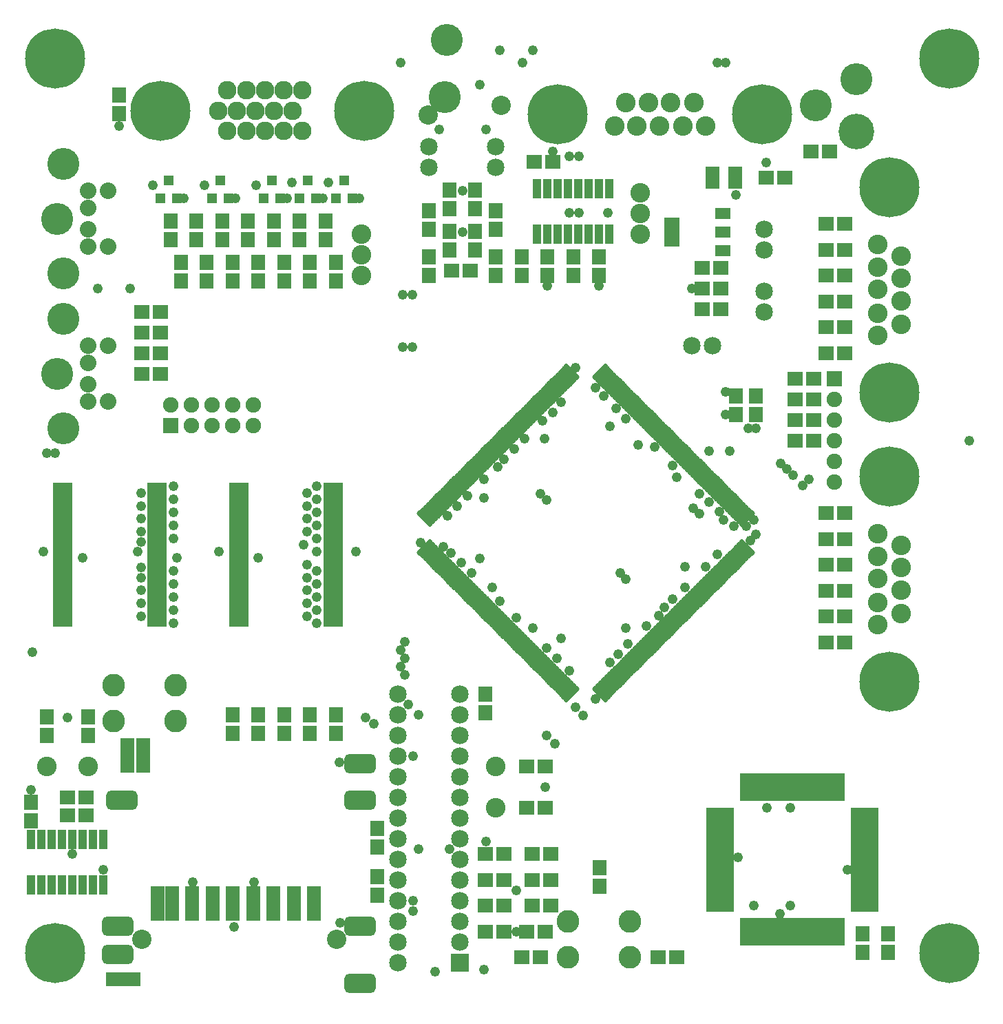
<source format=gts>
G04*
G04  File:            MINIMI11.TMK, Mon Aug 27 20:50:38 2007*
G04  Source:          ACCEL P-CAD PCB, Version 14.00.46, (Minimi11.PCB)*
G04  Format:          Gerber Format (RS-274-D), ASCII*
G04*
G04  Format Options:  Absolute Positioning*
G04                   Leading-Zero Suppression*
G04                   Scale Factor 1:1*
G04                   NO Circular Interpolation*
G04                   Inch Units*
G04                   Numeric Format: 4.4 (XXXX.XXXX)*
G04                   G54 Used for Aperture Change*
G04                   Apertures Embedded*
G04*
G04  File Options:    Offset = (0.0mil,0.0mil)*
G04                   Drill Symbol Size = 79.9mil*
G04                   No Pad/Via Holes*
G04*
G04  File Contents:   Pads*
G04                   Vias*
G04                   No Designators*
G04                   No Types*
G04                   No Values*
G04                   No Drill Symbols*
G04                   Top Mask*
G04*
G04  Aperture MACROs for general use --- invoked via D-code assignment *
G04*
G04  General MACRO for flashed round with rotation and/or offset hole *
%AMROTOFFROUND*
1,1,$1,0.0000,0.0000*
1,0,$2,$3,$4*%
G04*
G04  General MACRO for flashed oval (obround) with rotation and/or offset hole *
%AMROTOFFOVAL*
21,1,$1,$2,0.0000,0.0000,$3*
1,1,$4,$5,$6*
1,1,$4,0-$5,0-$6*
1,0,$7,$8,$9*%
G04*
G04  General MACRO for flashed oval (obround) with rotation and no hole *
%AMROTOVALNOHOLE*
21,1,$1,$2,0.0000,0.0000,$3*
1,1,$4,$5,$6*
1,1,$4,0-$5,0-$6*%
G04*
G04  General MACRO for flashed rectangle with rotation and/or offset hole *
%AMROTOFFRECT*
21,1,$1,$2,0.0000,0.0000,$3*
1,0,$4,$5,$6*%
G04*
G04  General MACRO for flashed rectangle with rotation and no hole *
%AMROTRECTNOHOLE*
21,1,$1,$2,0.0000,0.0000,$3*%
G04*
G04  General MACRO for flashed rounded-rectangle *
%AMROUNDRECT*
21,1,$1,$2-$4,0.0000,0.0000,$3*
21,1,$1-$4,$2,0.0000,0.0000,$3*
1,1,$4,$5,$6*
1,1,$4,$7,$8*
1,1,$4,0-$5,0-$6*
1,1,$4,0-$7,0-$8*
1,0,$9,$10,$11*%
G04*
G04  General MACRO for flashed rounded-rectangle with rotation and no hole *
%AMROUNDRECTNOHOLE*
21,1,$1,$2-$4,0.0000,0.0000,$3*
21,1,$1-$4,$2,0.0000,0.0000,$3*
1,1,$4,$5,$6*
1,1,$4,$7,$8*
1,1,$4,0-$5,0-$6*
1,1,$4,0-$7,0-$8*%
G04*
G04  General MACRO for flashed regular polygon *
%AMREGPOLY*
5,1,$1,0.0000,0.0000,$2,$3+$4*
1,0,$5,$6,$7*%
G04*
G04  General MACRO for flashed regular polygon with no hole *
%AMREGPOLYNOHOLE*
5,1,$1,0.0000,0.0000,$2,$3+$4*%
G04*
G04  General MACRO for target *
%AMTARGET*
6,0,0,$1,$2,$3,4,$4,$5,$6*%
G04*
G04  General MACRO for mounting hole *
%AMMTHOLE*
1,1,$1,0,0*
1,0,$2,0,0*
$1=$1-$2*
$1=$1/2*
21,1,$2+$1,$3,0,0,$4*
21,1,$3,$2+$1,0,0,$4*%
G04*
G04*
G04  D10 : "Ellipse X0.25mm Y0.25mm H0.00mm 0.0deg (0.00mm,0.00mm) Draw"*
G04  Disc: OuterDia=0.0100*
%ADD10C, 0.0100*%
G04  D11 : "Ellipse X0.03mm Y0.03mm H0.00mm 0.0deg (0.00mm,0.00mm) Draw"*
G04  Disc: OuterDia=0.0010*
%ADD11C, 0.0010*%
G04  D12 : "Ellipse X0.35mm Y0.35mm H0.00mm 0.0deg (0.00mm,0.00mm) Draw"*
G04  Disc: OuterDia=0.0138*
%ADD12C, 0.0138*%
G04  D13 : "Ellipse X0.38mm Y0.38mm H0.00mm 0.0deg (0.00mm,0.00mm) Draw"*
G04  Disc: OuterDia=0.0150*
%ADD13C, 0.0150*%
G04  D14 : "Ellipse X0.40mm Y0.40mm H0.00mm 0.0deg (0.00mm,0.00mm) Draw"*
G04  Disc: OuterDia=0.0157*
%ADD14C, 0.0157*%
G04  D15 : "Ellipse X0.50mm Y0.50mm H0.00mm 0.0deg (0.00mm,0.00mm) Draw"*
G04  Disc: OuterDia=0.0197*
%ADD15C, 0.0197*%
G04  D16 : "Ellipse X0.51mm Y0.51mm H0.00mm 0.0deg (0.00mm,0.00mm) Draw"*
G04  Disc: OuterDia=0.0200*
%ADD16C, 0.0200*%
G04  D17 : "Ellipse X0.10mm Y0.10mm H0.00mm 0.0deg (0.00mm,0.00mm) Draw"*
G04  Disc: OuterDia=0.0039*
%ADD17C, 0.0039*%
G04  D18 : "Ellipse X0.80mm Y0.80mm H0.00mm 0.0deg (0.00mm,0.00mm) Draw"*
G04  Disc: OuterDia=0.0315*
%ADD18C, 0.0315*%
G04  D19 : "Ellipse X1.00mm Y1.00mm H0.00mm 0.0deg (0.00mm,0.00mm) Draw"*
G04  Disc: OuterDia=0.0394*
%ADD19C, 0.0394*%
G04  D20 : "Ellipse X0.15mm Y0.15mm H0.00mm 0.0deg (0.00mm,0.00mm) Draw"*
G04  Disc: OuterDia=0.0059*
%ADD20C, 0.0059*%
G04  D21 : "Ellipse X0.15mm Y0.15mm H0.00mm 0.0deg (0.00mm,0.00mm) Draw"*
G04  Disc: OuterDia=0.0060*
%ADD21C, 0.0060*%
G04  D22 : "Ellipse X0.20mm Y0.20mm H0.00mm 0.0deg (0.00mm,0.00mm) Draw"*
G04  Disc: OuterDia=0.0079*
%ADD22C, 0.0079*%
G04  D23 : "Ellipse X2.00mm Y2.00mm H0.00mm 0.0deg (0.00mm,0.00mm) Draw"*
G04  Disc: OuterDia=0.0787*
%ADD23C, 0.0787*%
G04  D24 : "Ellipse X0.25mm Y0.25mm H0.00mm 0.0deg (0.00mm,0.00mm) Draw"*
G04  Disc: OuterDia=0.0098*
%ADD24C, 0.0098*%
G04  D25 : "Ellipse X2.79mm Y2.79mm H0.00mm 0.0deg (0.00mm,0.00mm) Flash"*
G04  Disc: OuterDia=0.1100*
%ADD25C, 0.1100*%
G04  D26 : "Ellipse X3.55mm Y3.55mm H0.00mm 0.0deg (0.00mm,0.00mm) Flash"*
G04  Disc: OuterDia=0.1398*
%ADD26C, 0.1398*%
G04  D27 : "Ellipse X3.93mm Y3.93mm H0.00mm 0.0deg (0.00mm,0.00mm) Flash"*
G04  Disc: OuterDia=0.1548*
%ADD27C, 0.1548*%
G04  D28 : "Ellipse X4.00mm Y4.00mm H0.00mm 0.0deg (0.00mm,0.00mm) Flash"*
G04  Disc: OuterDia=0.1575*
%ADD28C, 0.1575*%
G04  D29 : "Ellipse X4.38mm Y4.38mm H0.00mm 0.0deg (0.00mm,0.00mm) Flash"*
G04  Disc: OuterDia=0.1725*
%ADD29C, 0.1725*%
G04  D30 : "Ellipse X7.00mm Y7.00mm H0.00mm 0.0deg (0.00mm,0.00mm) Flash"*
G04  Disc: OuterDia=0.2756*
%ADD30C, 0.2756*%
G04  D31 : "Ellipse X7.38mm Y7.38mm H0.00mm 0.0deg (0.00mm,0.00mm) Flash"*
G04  Disc: OuterDia=0.2906*
%ADD31C, 0.2906*%
G04  D32 : "Ellipse X1.52mm Y1.52mm H0.00mm 0.0deg (0.00mm,0.00mm) Flash"*
G04  Disc: OuterDia=0.0600*
%ADD32C, 0.0600*%
G04  D33 : "Ellipse X1.65mm Y1.65mm H0.00mm 0.0deg (0.00mm,0.00mm) Flash"*
G04  Disc: OuterDia=0.0650*
%ADD33C, 0.0650*%
G04  D34 : "Ellipse X1.78mm Y1.78mm H0.00mm 0.0deg (0.00mm,0.00mm) Flash"*
G04  Disc: OuterDia=0.0700*
%ADD34C, 0.0700*%
G04  D35 : "Ellipse X1.90mm Y1.90mm H0.00mm 0.0deg (0.00mm,0.00mm) Flash"*
G04  Disc: OuterDia=0.0748*
%ADD35C, 0.0748*%
G04  D36 : "Ellipse X1.91mm Y1.91mm H0.00mm 0.0deg (0.00mm,0.00mm) Flash"*
G04  Disc: OuterDia=0.0750*
%ADD36C, 0.0750*%
G04  D37 : "Ellipse X2.00mm Y2.00mm H0.00mm 0.0deg (0.00mm,0.00mm) Flash"*
G04  Disc: OuterDia=0.0787*
%ADD37C, 0.0787*%
G04  D38 : "Ellipse X2.03mm Y2.03mm H0.00mm 0.0deg (0.00mm,0.00mm) Flash"*
G04  Disc: OuterDia=0.0800*
%ADD38C, 0.0800*%
G04  D39 : "Ellipse X2.03mm Y2.03mm H0.00mm 0.0deg (0.00mm,0.00mm) Flash"*
G04  Disc: OuterDia=0.0800*
%ADD39C, 0.0800*%
G04  D40 : "Ellipse X2.16mm Y2.16mm H0.00mm 0.0deg (0.00mm,0.00mm) Flash"*
G04  Disc: OuterDia=0.0850*
%ADD40C, 0.0850*%
G04  D41 : "Ellipse X2.28mm Y2.28mm H0.00mm 0.0deg (0.00mm,0.00mm) Flash"*
G04  Disc: OuterDia=0.0898*
%ADD41C, 0.0898*%
G04  D42 : "Ellipse X2.38mm Y2.38mm H0.00mm 0.0deg (0.00mm,0.00mm) Flash"*
G04  Disc: OuterDia=0.0937*
%ADD42C, 0.0937*%
G04  D43 : "Ellipse X2.41mm Y2.41mm H0.00mm 0.0deg (0.00mm,0.00mm) Flash"*
G04  Disc: OuterDia=0.0950*
%ADD43C, 0.0950*%
G04  D44 : "Rounded Rectangle X3.50mm Y2.00mm H0.00mm 0.0deg (0.00mm,0.00mm) Flash"*
G04  RoundRct: DimX=0.1378, DimY=0.0787, CornerRad=0.0197, Rotation=0.0, OffsetX=0.0000, OffsetY=0.0000, HoleDia=0.0000 *
%ADD44ROUNDRECTNOHOLE, 0.1378 X0.0787 X0.0 X0.0394 X-0.0492 X-0.0197 X-0.0492 X0.0197*%
G04  D45 : "Rounded Rectangle X3.88mm Y2.38mm H0.00mm 0.0deg (0.00mm,0.00mm) Flash"*
G04  RoundRct: DimX=0.1528, DimY=0.0937, CornerRad=0.0234, Rotation=0.0, OffsetX=0.0000, OffsetY=0.0000, HoleDia=0.0000 *
%ADD45ROUNDRECTNOHOLE, 0.1528 X0.0937 X0.0 X0.0469 X-0.0530 X-0.0234 X-0.0530 X0.0234*%
G04  D46 : "Rectangle X3.28mm Y1.50mm H0.00mm 0.0deg (0.00mm,0.00mm) Flash"*
G04  Rectangular: DimX=0.1290, DimY=0.0590, Rotation=0.0, OffsetX=0.0000, OffsetY=0.0000, HoleDia=0.0000 *
%ADD46R, 0.1290 X0.0590*%
G04  D47 : "Rectangle X1.50mm Y3.28mm H0.00mm 0.0deg (0.00mm,0.00mm) Flash"*
G04  Rectangular: DimX=0.0590, DimY=0.1290, Rotation=0.0, OffsetX=0.0000, OffsetY=0.0000, HoleDia=0.0000 *
%ADD47R, 0.0590 X0.1290*%
G04  D48 : "Rectangle X3.66mm Y1.88mm H0.00mm 0.0deg (0.00mm,0.00mm) Flash"*
G04  Rectangular: DimX=0.1440, DimY=0.0740, Rotation=0.0, OffsetX=0.0000, OffsetY=0.0000, HoleDia=0.0000 *
%ADD48R, 0.1440 X0.0740*%
G04  D49 : "Rectangle X1.88mm Y3.66mm H0.00mm 0.0deg (0.00mm,0.00mm) Flash"*
G04  Rectangular: DimX=0.0740, DimY=0.1440, Rotation=0.0, OffsetX=0.0000, OffsetY=0.0000, HoleDia=0.0000 *
%ADD49R, 0.0740 X0.1440*%
G04  D50 : "Rectangle X3.81mm Y1.27mm H0.00mm 0.0deg (0.00mm,0.00mm) Flash"*
G04  Rectangular: DimX=0.1500, DimY=0.0500, Rotation=0.0, OffsetX=0.0000, OffsetY=0.0000, HoleDia=0.0000 *
%ADD50R, 0.1500 X0.0500*%
G04  D51 : "Rectangle X1.27mm Y3.81mm H0.00mm 0.0deg (0.00mm,0.00mm) Flash"*
G04  Rectangular: DimX=0.0500, DimY=0.1500, Rotation=0.0, OffsetX=0.0000, OffsetY=0.0000, HoleDia=0.0000 *
%ADD51R, 0.0500 X0.1500*%
G04  D52 : "Rectangle X4.19mm Y1.65mm H0.00mm 0.0deg (0.00mm,0.00mm) Flash"*
G04  Rectangular: DimX=0.1650, DimY=0.0650, Rotation=0.0, OffsetX=0.0000, OffsetY=0.0000, HoleDia=0.0000 *
%ADD52R, 0.1650 X0.0650*%
G04  D53 : "Rectangle X1.65mm Y4.19mm H0.00mm 0.0deg (0.00mm,0.00mm) Flash"*
G04  Rectangular: DimX=0.0650, DimY=0.1650, Rotation=0.0, OffsetX=0.0000, OffsetY=0.0000, HoleDia=0.0000 *
%ADD53R, 0.0650 X0.1650*%
G04  D54 : "Rectangle X0.45mm Y3.00mm H0.00mm 0.0deg (0.00mm,0.00mm) Flash"*
G04  Rectangular: DimX=0.0177, DimY=0.1181, Rotation=0.0, OffsetX=0.0000, OffsetY=0.0000, HoleDia=0.0000 *
%ADD54R, 0.0177 X0.1181*%
G04  D55 : "Rectangle X3.00mm Y0.45mm H0.00mm 0.0deg (0.00mm,0.00mm) Flash"*
G04  Rectangular: DimX=0.1181, DimY=0.0177, Rotation=0.0, OffsetX=0.0000, OffsetY=0.0000, HoleDia=0.0000 *
%ADD55R, 0.1181 X0.0177*%
G04  D56 : "Rectangle X0.81mm Y0.81mm H0.00mm 0.0deg (0.00mm,0.00mm) Flash"*
G04  Square: Side=0.0320, Rotation=0.0, OffsetX=0.0000, OffsetY=0.0000, HoleDia=0.0000*
%ADD56R, 0.0320 X0.0320*%
G04  D57 : "Rectangle X0.83mm Y3.38mm H0.00mm 0.0deg (0.00mm,0.00mm) Flash"*
G04  Rectangular: DimX=0.0327, DimY=0.1331, Rotation=0.0, OffsetX=0.0000, OffsetY=0.0000, HoleDia=0.0000 *
%ADD57R, 0.0327 X0.1331*%
G04  D58 : "Rectangle X3.38mm Y0.83mm H0.00mm 0.0deg (0.00mm,0.00mm) Flash"*
G04  Rectangular: DimX=0.1331, DimY=0.0327, Rotation=0.0, OffsetX=0.0000, OffsetY=0.0000, HoleDia=0.0000 *
%ADD58R, 0.1331 X0.0327*%
G04  D59 : "Rectangle X0.99mm Y1.50mm H0.00mm 0.0deg (0.00mm,0.00mm) Flash"*
G04  Rectangular: DimX=0.0390, DimY=0.0590, Rotation=0.0, OffsetX=0.0000, OffsetY=0.0000, HoleDia=0.0000 *
%ADD59R, 0.0390 X0.0590*%
G04  D60 : "Rectangle X1.50mm Y0.99mm H0.00mm 0.0deg (0.00mm,0.00mm) Flash"*
G04  Rectangular: DimX=0.0590, DimY=0.0390, Rotation=0.0, OffsetX=0.0000, OffsetY=0.0000, HoleDia=0.0000 *
%ADD60R, 0.0590 X0.0390*%
G04  D61 : "Rectangle X1.19mm Y1.19mm H0.00mm 0.0deg (0.00mm,0.00mm) Flash"*
G04  Square: Side=0.0470, Rotation=0.0, OffsetX=0.0000, OffsetY=0.0000, HoleDia=0.0000*
%ADD61R, 0.0470 X0.0470*%
G04  D62 : "Rectangle X1.37mm Y1.88mm H0.00mm 0.0deg (0.00mm,0.00mm) Flash"*
G04  Rectangular: DimX=0.0540, DimY=0.0740, Rotation=0.0, OffsetX=0.0000, OffsetY=0.0000, HoleDia=0.0000 *
%ADD62R, 0.0540 X0.0740*%
G04  D63 : "Rectangle X1.88mm Y1.37mm H0.00mm 0.0deg (0.00mm,0.00mm) Flash"*
G04  Rectangular: DimX=0.0740, DimY=0.0540, Rotation=0.0, OffsetX=0.0000, OffsetY=0.0000, HoleDia=0.0000 *
%ADD63R, 0.0740 X0.0540*%
G04  D64 : "Rectangle X1.42mm Y2.44mm H0.00mm 0.0deg (0.00mm,0.00mm) Flash"*
G04  Rectangular: DimX=0.0560, DimY=0.0960, Rotation=0.0, OffsetX=0.0000, OffsetY=0.0000, HoleDia=0.0000 *
%ADD64R, 0.0560 X0.0960*%
G04  D65 : "Rectangle X1.52mm Y1.42mm H0.00mm 0.0deg (0.00mm,0.00mm) Flash"*
G04  Rectangular: DimX=0.0600, DimY=0.0560, Rotation=0.0, OffsetX=0.0000, OffsetY=0.0000, HoleDia=0.0000 *
%ADD65R, 0.0600 X0.0560*%
G04  D66 : "Rectangle X1.42mm Y1.52mm H0.00mm 0.0deg (0.00mm,0.00mm) Flash"*
G04  Rectangular: DimX=0.0560, DimY=0.0600, Rotation=0.0, OffsetX=0.0000, OffsetY=0.0000, HoleDia=0.0000 *
%ADD66R, 0.0560 X0.0600*%
G04  D67 : "Rectangle X1.52mm Y1.52mm H0.00mm 0.0deg (0.00mm,0.00mm) Flash"*
G04  Square: Side=0.0600, Rotation=0.0, OffsetX=0.0000, OffsetY=0.0000, HoleDia=0.0000*
%ADD67R, 0.0600 X0.0600*%
G04  D68 : "Rectangle X1.78mm Y1.78mm H0.00mm 0.0deg (0.00mm,0.00mm) Flash"*
G04  Square: Side=0.0700, Rotation=0.0, OffsetX=0.0000, OffsetY=0.0000, HoleDia=0.0000*
%ADD68R, 0.0700 X0.0700*%
G04  D69 : "Rectangle X1.80mm Y2.82mm H0.00mm 0.0deg (0.00mm,0.00mm) Flash"*
G04  Rectangular: DimX=0.0710, DimY=0.1110, Rotation=0.0, OffsetX=0.0000, OffsetY=0.0000, HoleDia=0.0000 *
%ADD69R, 0.0710 X0.1110*%
G04  D70 : "Rectangle X1.91mm Y1.80mm H0.00mm 0.0deg (0.00mm,0.00mm) Flash"*
G04  Rectangular: DimX=0.0750, DimY=0.0710, Rotation=0.0, OffsetX=0.0000, OffsetY=0.0000, HoleDia=0.0000 *
%ADD70R, 0.0750 X0.0710*%
G04  D71 : "Rectangle X1.80mm Y1.91mm H0.00mm 0.0deg (0.00mm,0.00mm) Flash"*
G04  Rectangular: DimX=0.0710, DimY=0.0750, Rotation=0.0, OffsetX=0.0000, OffsetY=0.0000, HoleDia=0.0000 *
%ADD71R, 0.0710 X0.0750*%
G04  D72 : "Rectangle X1.91mm Y1.91mm H0.00mm 0.0deg (0.00mm,0.00mm) Flash"*
G04  Square: Side=0.0750, Rotation=0.0, OffsetX=0.0000, OffsetY=0.0000, HoleDia=0.0000*
%ADD72R, 0.0750 X0.0750*%
G04  D73 : "Rectangle X2.00mm Y0.45mm H0.00mm 0.0deg (0.00mm,0.00mm) Flash"*
G04  Rectangular: DimX=0.0787, DimY=0.0177, Rotation=0.0, OffsetX=0.0000, OffsetY=0.0000, HoleDia=0.0000 *
%ADD73R, 0.0787 X0.0177*%
G04  D74 : "Rectangle X0.66mm Y2.03mm H0.00mm 0.0deg (0.00mm,0.00mm) Flash"*
G04  Rectangular: DimX=0.0260, DimY=0.0800, Rotation=0.0, OffsetX=0.0000, OffsetY=0.0000, HoleDia=0.0000 *
%ADD74R, 0.0260 X0.0800*%
G04  D75 : "Rectangle X2.16mm Y2.16mm H0.00mm 0.0deg (0.00mm,0.00mm) Flash"*
G04  Square: Side=0.0850, Rotation=0.0, OffsetX=0.0000, OffsetY=0.0000, HoleDia=0.0000*
%ADD75R, 0.0850 X0.0850*%
G04  D76 : "Rectangle X2.38mm Y0.83mm H0.00mm 0.0deg (0.00mm,0.00mm) Flash"*
G04  Rectangular: DimX=0.0937, DimY=0.0327, Rotation=0.0, OffsetX=0.0000, OffsetY=0.0000, HoleDia=0.0000 *
%ADD76R, 0.0937 X0.0327*%
G04  D77 : "Rectangle X1.04mm Y2.41mm H0.00mm 0.0deg (0.00mm,0.00mm) Flash"*
G04  Rectangular: DimX=0.0410, DimY=0.0950, Rotation=0.0, OffsetX=0.0000, OffsetY=0.0000, HoleDia=0.0000 *
%ADD77R, 0.0410 X0.0950*%
G04  D78 : "Ellipse X0.85mm Y0.85mm H0.00mm 0.0deg (0.00mm,0.00mm) Flash"*
G04  Disc: OuterDia=0.0335*
%ADD78C, 0.0335*%
G04  D79 : "Ellipse X1.23mm Y1.23mm H0.00mm 0.0deg (0.00mm,0.00mm) Flash"*
G04  Disc: OuterDia=0.0485*
%ADD79C, 0.0485*%
%ICAS*%
%FSLAX44Y44*%
%SFA1B1*%
%INMINIMI11.TMK*%
%OFA0.0000B0.0000*%
%MOIN*%
G70*
G90*
G01*
D2*
%LNTop Mask*%
G54D77*
X99250Y99750D3*
X99750D3*
X100250D3*
X100750D3*
X101250D3*
X101750D3*
X99250Y101950D3*
X99750D3*
X100250D3*
X100750D3*
X101250D3*
X101750D3*
X102250Y99750D3*
X102750D3*
X102250Y101950D3*
X102750D3*
G54D71*
X100000Y107000D3*
Y107900D3*
X102000Y107000D3*
Y107900D3*
X99250Y102875D3*
Y103775D3*
G54D70*
X101000Y104000D3*
X101900D3*
X101000Y103125D3*
X101900D3*
G54D25*
X103243Y109437D3*
X106243D3*
X103243Y107687D3*
X106243D3*
G54D43*
X100000Y105500D3*
X102000D3*
G54D71*
X110250Y108000D3*
Y107100D3*
G54D79*
X102750Y100500D3*
X101250Y101250D3*
X101000Y107875D3*
X99250Y104375D3*
X107086Y99901D3*
X110039D3*
G54D71*
X109000Y108000D3*
Y107100D3*
G54D76*
X100787Y119055D3*
Y118740D3*
Y118425D3*
Y118110D3*
Y117795D3*
Y117480D3*
Y117165D3*
Y116850D3*
Y116535D3*
Y116220D3*
Y115905D3*
Y115590D3*
Y115275D3*
Y114960D3*
Y114645D3*
Y114330D3*
Y114015D3*
Y113700D3*
Y113385D3*
Y113070D3*
Y112755D3*
Y112440D3*
X105354Y119055D3*
Y118740D3*
Y118425D3*
Y118110D3*
Y117795D3*
Y117480D3*
Y117165D3*
Y116850D3*
Y116535D3*
Y116220D3*
Y115905D3*
Y115590D3*
Y115275D3*
Y114960D3*
Y114645D3*
Y114330D3*
Y114015D3*
Y113700D3*
Y113385D3*
Y113070D3*
Y112755D3*
Y112440D3*
X109291Y119055D3*
Y118740D3*
Y118425D3*
Y118110D3*
Y117795D3*
Y117480D3*
Y117165D3*
Y116850D3*
Y116535D3*
Y116220D3*
Y115905D3*
Y115590D3*
Y115275D3*
Y114960D3*
Y114645D3*
Y114330D3*
Y114015D3*
Y113700D3*
Y113385D3*
Y113070D3*
Y112755D3*
Y112440D3*
X113858Y119055D3*
Y118740D3*
Y118425D3*
Y118110D3*
Y117795D3*
Y117480D3*
Y117165D3*
Y116850D3*
Y116535D3*
Y116220D3*
Y115905D3*
Y115590D3*
Y115275D3*
Y114960D3*
Y114645D3*
Y114330D3*
Y114015D3*
Y113700D3*
Y113385D3*
Y113070D3*
Y112755D3*
Y112440D3*
G54D27*
X100818Y127169D3*
X100503Y124511D3*
X100818Y121854D3*
G54D39*
X102000Y123173D3*
Y124000D3*
Y125023D3*
Y125850D3*
X102984Y123173D3*
Y125850D3*
G54D72*
X106000Y122000D3*
G54D36*
Y123000D3*
X108000Y122000D3*
X109000D3*
X110000D3*
Y123000D3*
X109000D3*
X108000D3*
X107000D3*
Y122000D3*
G54D79*
X100000Y120669D3*
X99842Y115905D3*
X100393Y120669D3*
X99311Y111023D3*
X106299Y115590D3*
X108346Y115905D3*
X110236Y115590D3*
X101732D3*
X104409Y115905D3*
X106141Y114330D3*
X104566Y114645D3*
X106141Y114960D3*
X104566Y115118D3*
Y116377D3*
X106141Y116535D3*
X104566Y116850D3*
X106141Y117165D3*
Y119055D3*
X104566Y118740D3*
X106141Y118425D3*
X104566Y114015D3*
X106141Y113700D3*
X104566Y113385D3*
X106141Y113070D3*
X104566Y112755D3*
X106141Y112440D3*
X104566Y118110D3*
X106141Y117795D3*
X104566Y117480D3*
X114960Y115905D3*
X123129Y121358D3*
X122145Y120374D3*
X121161Y119389D3*
X119881Y118110D3*
X120078Y115354D3*
X121555Y114173D3*
X121161Y118503D3*
X120964Y115551D3*
X119192Y116141D3*
X120374Y118602D3*
X119389Y117618D3*
X119586Y115846D3*
X118110Y116338D3*
X122736Y112696D3*
X121948Y113484D3*
X120570Y114862D3*
X121850Y119980D3*
X122637Y120866D3*
X113070Y115905D3*
Y114330D3*
X112598Y114645D3*
X113070Y114960D3*
X112598Y115275D3*
X112440Y116220D3*
X113070Y116535D3*
X112598Y116850D3*
X113070Y117165D3*
Y119055D3*
X112598Y118740D3*
X113070Y118425D3*
X112598Y114015D3*
X113070Y113700D3*
X112598Y113385D3*
X113070Y113070D3*
X112598Y112755D3*
X113070Y112440D3*
X112598Y118110D3*
X113070Y117795D3*
X112598Y117480D3*
X117322Y111515D3*
X117125Y111122D3*
G54D43*
X121750Y105500D3*
Y103500D3*
G54D70*
X123250Y105500D3*
X124150D3*
X123250Y103500D3*
X124150D3*
G54D10*
X128441Y122358*
X128540D1*
X128391Y122408D2*
X128590D1*
X128430Y122458D2*
X128640D1*
X128479Y122508D2*
X128689D1*
X128529Y122557D2*
X128739D1*
X128579Y122607D2*
X128789D1*
X128629Y122657D2*
X128839D1*
X128678Y122707D2*
X128888D1*
X128728Y122756D2*
X128938D1*
X128778Y122806D2*
X128988D1*
X128828Y122856D2*
X129038D1*
X128877Y122906D2*
X129077D1*
X128927Y122955D2*
X129028D1*
X128977Y123005D2*
X128978D1*
X128977Y123006D2*
X128385Y122413D1*
X128490Y122309*
X129082Y122901*
X128977Y123006*
X128580Y122219D2*
X128679D1*
X128530Y122269D2*
X128729D1*
X128569Y122319D2*
X128779D1*
X128619Y122368D2*
X128828D1*
X128668Y122418D2*
X128878D1*
X128718Y122468D2*
X128928D1*
X128768Y122518D2*
X128978D1*
X128818Y122567D2*
X129028D1*
X128867Y122617D2*
X129077D1*
X128917Y122667D2*
X129127D1*
X128967Y122717D2*
X129177D1*
X129017Y122766D2*
X129217D1*
X129066Y122816D2*
X129167D1*
X129116Y122866D2*
X129117D1*
X129117Y122866D2*
X128525Y122274D1*
X128629Y122169*
X129222Y122761*
X129117Y122866*
X128719Y122080D2*
X128818D1*
X128669Y122130D2*
X128868D1*
X128708Y122179D2*
X128918D1*
X128758Y122229D2*
X128968D1*
X128808Y122279D2*
X129017D1*
X128857Y122329D2*
X129067D1*
X128907Y122378D2*
X129117D1*
X128957Y122428D2*
X129167D1*
X129007Y122478D2*
X129216D1*
X129056Y122528D2*
X129266D1*
X129106Y122577D2*
X129316D1*
X129156Y122627D2*
X129356D1*
X129206Y122677D2*
X129306D1*
X129255Y122727D2*
X129256D1*
X129256Y122727D2*
X128664Y122135D1*
X128769Y122030*
X129361Y122622*
X129256Y122727*
X128858Y121941D2*
X128958D1*
X128808Y121990D2*
X129007D1*
X128847Y122040D2*
X129057D1*
X128897Y122090D2*
X129107D1*
X128947Y122140D2*
X129157D1*
X128996Y122189D2*
X129206D1*
X129046Y122239D2*
X129256D1*
X129096Y122289D2*
X129306D1*
X129146Y122339D2*
X129356D1*
X129196Y122389D2*
X129405D1*
X129245Y122438D2*
X129455D1*
X129295Y122488D2*
X129495D1*
X129345Y122538D2*
X129445D1*
X129395Y122588D2*
X129396D1*
X129395Y122588D2*
X128803Y121996D1*
X128908Y121891*
X129500Y122483*
X129395Y122588*
X128997Y121802D2*
X129097D1*
X128948Y121851D2*
X129147D1*
X128986Y121901D2*
X129196D1*
X129036Y121951D2*
X129246D1*
X129086Y122001D2*
X129296D1*
X129136Y122050D2*
X129346D1*
X129185Y122100D2*
X129395D1*
X129235Y122150D2*
X129445D1*
X129285Y122200D2*
X129495D1*
X129335Y122249D2*
X129545D1*
X129384Y122299D2*
X129594D1*
X129434Y122349D2*
X129634D1*
X129484Y122399D2*
X129584D1*
X129534Y122448D2*
X129535D1*
X129534Y122449D2*
X128942Y121857D1*
X129047Y121752*
X129639Y122344*
X129534Y122449*
X129136Y121662D2*
X129236D1*
X129087Y121712D2*
X129286D1*
X129126Y121762D2*
X129336D1*
X129175Y121812D2*
X129385D1*
X129225Y121861D2*
X129435D1*
X129275Y121911D2*
X129485D1*
X129325Y121961D2*
X129535D1*
X129374Y122011D2*
X129584D1*
X129424Y122060D2*
X129634D1*
X129474Y122110D2*
X129684D1*
X129524Y122160D2*
X129734D1*
X129573Y122210D2*
X129773D1*
X129623Y122259D2*
X129724D1*
X129673Y122309D2*
X129674D1*
X129673Y122310D2*
X129081Y121718D1*
X129186Y121613*
X129778Y122205*
X129673Y122310*
X127049Y123750D2*
X127148D1*
X126999Y123800D2*
X127198D1*
X127038Y123850D2*
X127248D1*
X127087Y123900D2*
X127297D1*
X127137Y123949D2*
X127347D1*
X127187Y123999D2*
X127397D1*
X127237Y124049D2*
X127447D1*
X127286Y124099D2*
X127496D1*
X127336Y124148D2*
X127546D1*
X127386Y124198D2*
X127596D1*
X127436Y124248D2*
X127646D1*
X127485Y124298D2*
X127686D1*
X127535Y124347D2*
X127636D1*
X127585Y124397D2*
X127586D1*
X127586Y124398D2*
X126993Y123805D1*
X127098Y123700*
X127690Y124293*
X127586Y124398*
X127188Y123611D2*
X127287D1*
X127138Y123661D2*
X127337D1*
X127177Y123711D2*
X127387D1*
X127227Y123760D2*
X127437D1*
X127276Y123810D2*
X127486D1*
X127326Y123860D2*
X127536D1*
X127376Y123910D2*
X127586D1*
X127426Y123959D2*
X127636D1*
X127475Y124009D2*
X127685D1*
X127525Y124059D2*
X127735D1*
X127575Y124109D2*
X127785D1*
X127625Y124158D2*
X127825D1*
X127674Y124208D2*
X127775D1*
X127724Y124258D2*
X127725D1*
X127725Y124258D2*
X127133Y123666D1*
X127238Y123561*
X127830Y124153*
X127725Y124258*
X127327Y123472D2*
X127426D1*
X127277Y123522D2*
X127476D1*
X127316Y123571D2*
X127526D1*
X127366Y123621D2*
X127576D1*
X127416Y123671D2*
X127625D1*
X127465Y123721D2*
X127675D1*
X127515Y123770D2*
X127725D1*
X127565Y123820D2*
X127775D1*
X127615Y123870D2*
X127825D1*
X127664Y123920D2*
X127874D1*
X127714Y123969D2*
X127924D1*
X127764Y124019D2*
X127964D1*
X127814Y124069D2*
X127914D1*
X127863Y124119D2*
X127864D1*
X127864Y124119D2*
X127272Y123527D1*
X127377Y123422*
X127969Y124014*
X127864Y124119*
X127466Y123333D2*
X127566D1*
X127416Y123382D2*
X127615D1*
X127455Y123432D2*
X127665D1*
X127505Y123482D2*
X127715D1*
X127555Y123532D2*
X127765D1*
X127605Y123581D2*
X127814D1*
X127654Y123631D2*
X127864D1*
X127704Y123681D2*
X127914D1*
X127754Y123731D2*
X127964D1*
X127804Y123780D2*
X128013D1*
X127853Y123830D2*
X128063D1*
X127903Y123880D2*
X128103D1*
X127953Y123930D2*
X128053D1*
X128003Y123979D2*
X128004D1*
X128003Y123980D2*
X127411Y123388D1*
X127516Y123283*
X128108Y123875*
X128003Y123980*
X127605Y123193D2*
X127705D1*
X127556Y123243D2*
X127755D1*
X127594Y123293D2*
X127804D1*
X127644Y123343D2*
X127854D1*
X127694Y123392D2*
X127904D1*
X127744Y123442D2*
X127954D1*
X127793Y123492D2*
X128003D1*
X127843Y123542D2*
X128053D1*
X127893Y123592D2*
X128103D1*
X127943Y123641D2*
X128153D1*
X127993Y123691D2*
X128202D1*
X128042Y123741D2*
X128242D1*
X128092Y123791D2*
X128193D1*
X128142Y123840D2*
X128143D1*
X128142Y123841D2*
X127550Y123249D1*
X127655Y123144*
X128247Y123736*
X128142Y123841*
X127745Y123054D2*
X127844D1*
X127695Y123104D2*
X127894D1*
X127734Y123154D2*
X127944D1*
X127783Y123204D2*
X127993D1*
X127833Y123253D2*
X128043D1*
X127883Y123303D2*
X128093D1*
X127933Y123353D2*
X128143D1*
X127982Y123403D2*
X128192D1*
X128032Y123452D2*
X128242D1*
X128082Y123502D2*
X128292D1*
X128132Y123552D2*
X128342D1*
X128181Y123602D2*
X128381D1*
X128231Y123651D2*
X128332D1*
X128281Y123701D2*
X128282D1*
X128281Y123702D2*
X127689Y123109D1*
X127794Y123005*
X128386Y123597*
X128281Y123702*
X127884Y122915D2*
X127983D1*
X127834Y122965D2*
X128033D1*
X127873Y123015D2*
X128083D1*
X127923Y123064D2*
X128133D1*
X127972Y123114D2*
X128182D1*
X128022Y123164D2*
X128232D1*
X128072Y123214D2*
X128282D1*
X128122Y123263D2*
X128332D1*
X128171Y123313D2*
X128381D1*
X128221Y123363D2*
X128431D1*
X128271Y123413D2*
X128481D1*
X128321Y123462D2*
X128521D1*
X128370Y123512D2*
X128471D1*
X128420Y123562D2*
X128421D1*
X128421Y123562D2*
X127829Y122970D1*
X127933Y122865*
X128526Y123457*
X128421Y123562*
X128023Y122776D2*
X128122D1*
X127973Y122826D2*
X128172D1*
X128012Y122875D2*
X128222D1*
X128062Y122925D2*
X128272D1*
X128112Y122975D2*
X128321D1*
X128161Y123025D2*
X128371D1*
X128211Y123074D2*
X128421D1*
X128261Y123124D2*
X128471D1*
X128311Y123174D2*
X128520D1*
X128360Y123224D2*
X128570D1*
X128410Y123273D2*
X128620D1*
X128460Y123323D2*
X128660D1*
X128510Y123373D2*
X128610D1*
X128559Y123423D2*
X128560D1*
X128560Y123423D2*
X127968Y122831D1*
X128073Y122726*
X128665Y123318*
X128560Y123423*
X126492Y124307D2*
X126591D1*
X126442Y124357D2*
X126641D1*
X126481Y124407D2*
X126691D1*
X126531Y124456D2*
X126741D1*
X126580Y124506D2*
X126790D1*
X126630Y124556D2*
X126840D1*
X126680Y124606D2*
X126890D1*
X126730Y124655D2*
X126940D1*
X126779Y124705D2*
X126989D1*
X126829Y124755D2*
X127039D1*
X126879Y124805D2*
X127089D1*
X126929Y124854D2*
X127129D1*
X126978Y124904D2*
X127079D1*
X127028Y124954D2*
X127029D1*
X127029Y124954D2*
X126437Y124362D1*
X126542Y124257*
X127134Y124849*
X127029Y124954*
X126631Y124168D2*
X126731D1*
X126581Y124218D2*
X126780D1*
X126620Y124267D2*
X126830D1*
X126670Y124317D2*
X126880D1*
X126720Y124367D2*
X126930D1*
X126769Y124417D2*
X126979D1*
X126819Y124466D2*
X127029D1*
X126869Y124516D2*
X127079D1*
X126919Y124566D2*
X127129D1*
X126968Y124616D2*
X127178D1*
X127018Y124665D2*
X127228D1*
X127068Y124715D2*
X127268D1*
X127118Y124765D2*
X127218D1*
X127167Y124815D2*
X127168D1*
X127168Y124815D2*
X126576Y124223D1*
X126681Y124118*
X127273Y124710*
X127168Y124815*
X126770Y124029D2*
X126870D1*
X126720Y124078D2*
X126919D1*
X126759Y124128D2*
X126969D1*
X126809Y124178D2*
X127019D1*
X126859Y124228D2*
X127069D1*
X126909Y124277D2*
X127118D1*
X126958Y124327D2*
X127168D1*
X127008Y124377D2*
X127218D1*
X127058Y124427D2*
X127268D1*
X127108Y124476D2*
X127318D1*
X127157Y124526D2*
X127367D1*
X127207Y124576D2*
X127407D1*
X127257Y124626D2*
X127357D1*
X127307Y124675D2*
X127308D1*
X127307Y124676D2*
X126715Y124084D1*
X126820Y123979*
X127412Y124571*
X127307Y124676*
X126909Y123889D2*
X127009D1*
X126860Y123939D2*
X127059D1*
X126898Y123989D2*
X127108D1*
X126948Y124039D2*
X127158D1*
X126998Y124088D2*
X127208D1*
X127048Y124138D2*
X127258D1*
X127098Y124188D2*
X127307D1*
X127147Y124238D2*
X127357D1*
X127197Y124287D2*
X127407D1*
X127247Y124337D2*
X127457D1*
X127297Y124387D2*
X127506D1*
X127346Y124437D2*
X127546D1*
X127396Y124487D2*
X127497D1*
X127446Y124536D2*
X127447D1*
X127446Y124537D2*
X126854Y123945D1*
X126959Y123840*
X127551Y124432*
X127446Y124537*
X129276Y121523D2*
X129375D1*
X129226Y121573D2*
X129425D1*
X129265Y121623D2*
X129475D1*
X129315Y121672D2*
X129524D1*
X129364Y121722D2*
X129574D1*
X129414Y121772D2*
X129624D1*
X129464Y121822D2*
X129674D1*
X129514Y121871D2*
X129723D1*
X129563Y121921D2*
X129773D1*
X129613Y121971D2*
X129823D1*
X129663Y122021D2*
X129873D1*
X129713Y122070D2*
X129913D1*
X129762Y122120D2*
X129863D1*
X129812Y122170D2*
X129813D1*
X129813Y122170D2*
X129220Y121578D1*
X129325Y121473*
X129918Y122066*
X129813Y122170*
X129415Y121384D2*
X129514D1*
X129365Y121434D2*
X129564D1*
X129404Y121483D2*
X129614D1*
X129454Y121533D2*
X129664D1*
X129504Y121583D2*
X129713D1*
X129553Y121633D2*
X129763D1*
X129603Y121682D2*
X129813D1*
X129653Y121732D2*
X129863D1*
X129703Y121782D2*
X129912D1*
X129752Y121832D2*
X129962D1*
X129802Y121881D2*
X130012D1*
X129852Y121931D2*
X130052D1*
X129902Y121981D2*
X130002D1*
X129951Y122031D2*
X129952D1*
X129952Y122031D2*
X129360Y121439D1*
X129465Y121334*
X130057Y121926*
X129952Y122031*
X129554Y121245D2*
X129654D1*
X129504Y121294D2*
X129703D1*
X129543Y121344D2*
X129753D1*
X129593Y121394D2*
X129803D1*
X129643Y121444D2*
X129853D1*
X129692Y121494D2*
X129902D1*
X129742Y121543D2*
X129952D1*
X129792Y121593D2*
X130002D1*
X129842Y121643D2*
X130052D1*
X129891Y121693D2*
X130101D1*
X129941Y121742D2*
X130151D1*
X129991Y121792D2*
X130191D1*
X130041Y121842D2*
X130141D1*
X130091Y121892D2*
X130092D1*
X130091Y121892D2*
X129499Y121300D1*
X129604Y121195*
X130196Y121787*
X130091Y121892*
X129693Y121106D2*
X129793D1*
X129644Y121155D2*
X129843D1*
X129682Y121205D2*
X129892D1*
X129732Y121255D2*
X129942D1*
X129782Y121305D2*
X129992D1*
X129832Y121354D2*
X130042D1*
X129881Y121404D2*
X130091D1*
X129931Y121454D2*
X130141D1*
X129981Y121504D2*
X130191D1*
X130031Y121553D2*
X130241D1*
X130080Y121603D2*
X130290D1*
X130130Y121653D2*
X130330D1*
X130180Y121703D2*
X130280D1*
X130230Y121752D2*
X130231D1*
X130230Y121753D2*
X129638Y121161D1*
X129743Y121056*
X130335Y121648*
X130230Y121753*
X124613Y123333D2*
X124712D1*
X124563Y123382D2*
X124762D1*
X124513Y123432D2*
X124723D1*
X124463Y123482D2*
X124673D1*
X124414Y123532D2*
X124624D1*
X124364Y123581D2*
X124574D1*
X124314Y123631D2*
X124524D1*
X124264Y123681D2*
X124474D1*
X124215Y123731D2*
X124425D1*
X124165Y123780D2*
X124375D1*
X124115Y123830D2*
X124325D1*
X124075Y123880D2*
X124275D1*
X124125Y123930D2*
X124226D1*
X124175Y123979D2*
X124176D1*
X124070Y123875D2*
X124662Y123283D1*
X124767Y123388*
X124175Y123980*
X124070Y123875*
X124752Y123472D2*
X124851D1*
X124702Y123522D2*
X124901D1*
X124652Y123571D2*
X124862D1*
X124603Y123621D2*
X124813D1*
X124553Y123671D2*
X124763D1*
X124503Y123721D2*
X124713D1*
X124453Y123770D2*
X124663D1*
X124404Y123820D2*
X124613D1*
X124354Y123870D2*
X124564D1*
X124304Y123920D2*
X124514D1*
X124254Y123969D2*
X124464D1*
X124214Y124019D2*
X124414D1*
X124264Y124069D2*
X124365D1*
X124314Y124119D2*
X124315D1*
X124209Y124014D2*
X124802Y123422D1*
X124907Y123527*
X124314Y124119*
X124209Y124014*
X124891Y123611D2*
X124991D1*
X124841Y123661D2*
X125040D1*
X124792Y123711D2*
X125001D1*
X124742Y123760D2*
X124952D1*
X124692Y123810D2*
X124902D1*
X124642Y123860D2*
X124852D1*
X124593Y123910D2*
X124802D1*
X124543Y123959D2*
X124753D1*
X124493Y124009D2*
X124703D1*
X124443Y124059D2*
X124653D1*
X124394Y124109D2*
X124603D1*
X124354Y124158D2*
X124554D1*
X124403Y124208D2*
X124504D1*
X124453Y124258D2*
X124454D1*
X124349Y124153D2*
X124941Y123561D1*
X125046Y123666*
X124454Y124258*
X124349Y124153*
X125030Y123750D2*
X125130D1*
X124981Y123800D2*
X125180D1*
X124931Y123850D2*
X125141D1*
X124881Y123900D2*
X125091D1*
X124831Y123949D2*
X125041D1*
X124781Y123999D2*
X124991D1*
X124732Y124049D2*
X124942D1*
X124682Y124099D2*
X124892D1*
X124632Y124148D2*
X124842D1*
X124582Y124198D2*
X124792D1*
X124533Y124248D2*
X124743D1*
X124493Y124298D2*
X124693D1*
X124543Y124347D2*
X124643D1*
X124592Y124397D2*
X124593D1*
X124488Y124293D2*
X125080Y123700D1*
X125185Y123805*
X124593Y124398*
X124488Y124293*
X125169Y123889D2*
X125269D1*
X125120Y123939D2*
X125319D1*
X125070Y123989D2*
X125280D1*
X125020Y124039D2*
X125230D1*
X124970Y124088D2*
X125180D1*
X124921Y124138D2*
X125131D1*
X124871Y124188D2*
X125081D1*
X124821Y124238D2*
X125031D1*
X124771Y124287D2*
X124981D1*
X124722Y124337D2*
X124932D1*
X124672Y124387D2*
X124882D1*
X124632Y124437D2*
X124832D1*
X124682Y124487D2*
X124782D1*
X124732Y124536D2*
X124733D1*
X124627Y124432D2*
X125219Y123840D1*
X125324Y123945*
X124732Y124537*
X124627Y124432*
X125309Y124029D2*
X125408D1*
X125259Y124078D2*
X125458D1*
X125209Y124128D2*
X125419D1*
X125159Y124178D2*
X125369D1*
X125110Y124228D2*
X125320D1*
X125060Y124277D2*
X125270D1*
X125010Y124327D2*
X125220D1*
X124960Y124377D2*
X125170D1*
X124911Y124427D2*
X125121D1*
X124861Y124476D2*
X125071D1*
X124811Y124526D2*
X125021D1*
X124771Y124576D2*
X124971D1*
X124821Y124626D2*
X124921D1*
X124871Y124675D2*
X124872D1*
X124766Y124571D2*
X125358Y123979D1*
X125463Y124084*
X124871Y124676*
X124766Y124571*
X125448Y124168D2*
X125547D1*
X125398Y124218D2*
X125597D1*
X125348Y124267D2*
X125558D1*
X125299Y124317D2*
X125508D1*
X125249Y124367D2*
X125459D1*
X125199Y124417D2*
X125409D1*
X125149Y124466D2*
X125359D1*
X125100Y124516D2*
X125309D1*
X125050Y124566D2*
X125260D1*
X125000Y124616D2*
X125210D1*
X124950Y124665D2*
X125160D1*
X124910Y124715D2*
X125110D1*
X124960Y124765D2*
X125061D1*
X125010Y124815D2*
X125011D1*
X124905Y124710D2*
X125498Y124118D1*
X125603Y124223*
X125010Y124815*
X124905Y124710*
X123499Y122219D2*
X123599D1*
X123449Y122269D2*
X123648D1*
X123400Y122319D2*
X123610D1*
X123350Y122368D2*
X123560D1*
X123300Y122418D2*
X123510D1*
X123250Y122468D2*
X123460D1*
X123201Y122518D2*
X123410D1*
X123151Y122567D2*
X123361D1*
X123101Y122617D2*
X123311D1*
X123051Y122667D2*
X123261D1*
X123002Y122717D2*
X123211D1*
X122962Y122766D2*
X123162D1*
X123011Y122816D2*
X123112D1*
X123061Y122866D2*
X123062D1*
X122957Y122761D2*
X123549Y122169D1*
X123654Y122274*
X123062Y122866*
X122957Y122761*
X123638Y122358D2*
X123738D1*
X123589Y122408D2*
X123788D1*
X123539Y122458D2*
X123749D1*
X123489Y122508D2*
X123699D1*
X123439Y122557D2*
X123649D1*
X123390Y122607D2*
X123599D1*
X123340Y122657D2*
X123550D1*
X123290Y122707D2*
X123500D1*
X123240Y122756D2*
X123450D1*
X123191Y122806D2*
X123400D1*
X123141Y122856D2*
X123351D1*
X123101Y122906D2*
X123301D1*
X123151Y122955D2*
X123251D1*
X123200Y123005D2*
X123201D1*
X123096Y122901D2*
X123688Y122309D1*
X123793Y122413*
X123201Y123006*
X123096Y122901*
X123778Y122497D2*
X123877D1*
X123728Y122547D2*
X123927D1*
X123678Y122597D2*
X123888D1*
X123628Y122647D2*
X123838D1*
X123578Y122697D2*
X123788D1*
X123529Y122746D2*
X123739D1*
X123479Y122796D2*
X123689D1*
X123429Y122846D2*
X123639D1*
X123379Y122896D2*
X123589D1*
X123330Y122945D2*
X123540D1*
X123280Y122995D2*
X123490D1*
X123240Y123045D2*
X123440D1*
X123290Y123095D2*
X123390D1*
X123340Y123144D2*
X123341D1*
X123235Y123040D2*
X123827Y122448D1*
X123932Y122553*
X123340Y123145*
X123235Y123040*
X123917Y122637D2*
X124016D1*
X123867Y122686D2*
X124066D1*
X123817Y122736D2*
X124027D1*
X123767Y122786D2*
X123977D1*
X123718Y122836D2*
X123928D1*
X123668Y122885D2*
X123878D1*
X123618Y122935D2*
X123828D1*
X123568Y122985D2*
X123778D1*
X123519Y123035D2*
X123729D1*
X123469Y123084D2*
X123679D1*
X123419Y123134D2*
X123629D1*
X123379Y123184D2*
X123579D1*
X123429Y123234D2*
X123530D1*
X123479Y123284D2*
X123480D1*
X123374Y123179D2*
X123966Y122587D1*
X124071Y122692*
X123479Y123284*
X123374Y123179*
X124056Y122776D2*
X124155D1*
X124006Y122826D2*
X124205D1*
X123956Y122875D2*
X124166D1*
X123907Y122925D2*
X124117D1*
X123857Y122975D2*
X124067D1*
X123807Y123025D2*
X124017D1*
X123757Y123074D2*
X123967D1*
X123708Y123124D2*
X123918D1*
X123658Y123174D2*
X123868D1*
X123608Y123224D2*
X123818D1*
X123558Y123273D2*
X123768D1*
X123518Y123323D2*
X123718D1*
X123568Y123373D2*
X123669D1*
X123618Y123423D2*
X123619D1*
X123514Y123318D2*
X124106Y122726D1*
X124211Y122831*
X123618Y123423*
X123514Y123318*
X124195Y122915D2*
X124295D1*
X124145Y122965D2*
X124344D1*
X124096Y123015D2*
X124305D1*
X124046Y123064D2*
X124256D1*
X123996Y123114D2*
X124206D1*
X123946Y123164D2*
X124156D1*
X123897Y123214D2*
X124106D1*
X123847Y123263D2*
X124057D1*
X123797Y123313D2*
X124007D1*
X123747Y123363D2*
X123957D1*
X123698Y123413D2*
X123907D1*
X123658Y123462D2*
X123858D1*
X123707Y123512D2*
X123808D1*
X123757Y123562D2*
X123758D1*
X123653Y123457D2*
X124245Y122865D1*
X124350Y122970*
X123758Y123562*
X123653Y123457*
X124334Y123054D2*
X124434D1*
X124285Y123104D2*
X124484D1*
X124235Y123154D2*
X124445D1*
X124185Y123204D2*
X124395D1*
X124135Y123253D2*
X124345D1*
X124086Y123303D2*
X124295D1*
X124036Y123353D2*
X124246D1*
X123986Y123403D2*
X124196D1*
X123936Y123452D2*
X124146D1*
X123886Y123502D2*
X124096D1*
X123837Y123552D2*
X124047D1*
X123797Y123602D2*
X123997D1*
X123847Y123651D2*
X123947D1*
X123896Y123701D2*
X123897D1*
X123792Y123597D2*
X124384Y123005D1*
X124489Y123109*
X123897Y123702*
X123792Y123597*
X124473Y123193D2*
X124573D1*
X124424Y123243D2*
X124623D1*
X124374Y123293D2*
X124584D1*
X124324Y123343D2*
X124534D1*
X124274Y123392D2*
X124484D1*
X124225Y123442D2*
X124435D1*
X124175Y123492D2*
X124385D1*
X124125Y123542D2*
X124335D1*
X124075Y123592D2*
X124285D1*
X124026Y123641D2*
X124236D1*
X123976Y123691D2*
X124186D1*
X123936Y123741D2*
X124136D1*
X123986Y123791D2*
X124086D1*
X124036Y123840D2*
X124037D1*
X123931Y123736D2*
X124523Y123144D1*
X124628Y123249*
X124036Y123841*
X123931Y123736*
X122386Y121106D2*
X122485D1*
X122336Y121155D2*
X122535D1*
X122286Y121205D2*
X122496D1*
X122236Y121255D2*
X122446D1*
X122187Y121305D2*
X122396D1*
X122137Y121354D2*
X122347D1*
X122087Y121404D2*
X122297D1*
X122037Y121454D2*
X122247D1*
X121988Y121504D2*
X122197D1*
X121938Y121553D2*
X122148D1*
X121888Y121603D2*
X122098D1*
X121848Y121653D2*
X122048D1*
X121898Y121703D2*
X121998D1*
X121948Y121752D2*
X121949D1*
X121843Y121648D2*
X122435Y121056D1*
X122540Y121161*
X121948Y121753*
X121843Y121648*
X122525Y121245D2*
X122624D1*
X122475Y121294D2*
X122674D1*
X122425Y121344D2*
X122635D1*
X122375Y121394D2*
X122585D1*
X122326Y121444D2*
X122536D1*
X122276Y121494D2*
X122486D1*
X122226Y121543D2*
X122436D1*
X122176Y121593D2*
X122386D1*
X122127Y121643D2*
X122337D1*
X122077Y121693D2*
X122287D1*
X122027Y121742D2*
X122237D1*
X121987Y121792D2*
X122187D1*
X122037Y121842D2*
X122138D1*
X122087Y121892D2*
X122088D1*
X121982Y121787D2*
X122575Y121195D1*
X122679Y121300*
X122087Y121892*
X121982Y121787*
X122664Y121384D2*
X122763D1*
X122614Y121434D2*
X122813D1*
X122564Y121483D2*
X122774D1*
X122515Y121533D2*
X122725D1*
X122465Y121583D2*
X122675D1*
X122415Y121633D2*
X122625D1*
X122365Y121682D2*
X122575D1*
X122316Y121732D2*
X122526D1*
X122266Y121782D2*
X122476D1*
X122216Y121832D2*
X122426D1*
X122166Y121881D2*
X122376D1*
X122127Y121931D2*
X122327D1*
X122176Y121981D2*
X122277D1*
X122226Y122031D2*
X122227D1*
X122122Y121926D2*
X122714Y121334D1*
X122819Y121439*
X122227Y122031*
X122122Y121926*
X122803Y121523D2*
X122903D1*
X122753Y121573D2*
X122952D1*
X122704Y121623D2*
X122914D1*
X122654Y121672D2*
X122864D1*
X122604Y121722D2*
X122814D1*
X122554Y121772D2*
X122764D1*
X122505Y121822D2*
X122715D1*
X122455Y121871D2*
X122665D1*
X122405Y121921D2*
X122615D1*
X122355Y121971D2*
X122565D1*
X122306Y122021D2*
X122515D1*
X122266Y122070D2*
X122466D1*
X122315Y122120D2*
X122416D1*
X122365Y122170D2*
X122366D1*
X122261Y122066D2*
X122853Y121473D1*
X122958Y121578*
X122366Y122170*
X122261Y122066*
X122942Y121662D2*
X123042D1*
X122893Y121712D2*
X123092D1*
X122843Y121762D2*
X123053D1*
X122793Y121812D2*
X123003D1*
X122743Y121861D2*
X122953D1*
X122694Y121911D2*
X122903D1*
X122644Y121961D2*
X122854D1*
X122594Y122011D2*
X122804D1*
X122544Y122060D2*
X122754D1*
X122495Y122110D2*
X122704D1*
X122445Y122160D2*
X122655D1*
X122405Y122210D2*
X122605D1*
X122455Y122259D2*
X122555D1*
X122504Y122309D2*
X122505D1*
X122400Y122205D2*
X122992Y121613D1*
X123097Y121718*
X122505Y122310*
X122400Y122205*
X123082Y121802D2*
X123181D1*
X123032Y121851D2*
X123231D1*
X122982Y121901D2*
X123192D1*
X122932Y121951D2*
X123142D1*
X122883Y122001D2*
X123092D1*
X122833Y122050D2*
X123043D1*
X122783Y122100D2*
X122993D1*
X122733Y122150D2*
X122943D1*
X122683Y122200D2*
X122893D1*
X122634Y122249D2*
X122844D1*
X122584Y122299D2*
X122794D1*
X122544Y122349D2*
X122744D1*
X122594Y122399D2*
X122694D1*
X122644Y122448D2*
X122645D1*
X122539Y122344D2*
X123131Y121752D1*
X123236Y121857*
X122644Y122449*
X122539Y122344*
X123221Y121941D2*
X123320D1*
X123171Y121990D2*
X123370D1*
X123121Y122040D2*
X123331D1*
X123071Y122090D2*
X123281D1*
X123022Y122140D2*
X123232D1*
X122972Y122189D2*
X123182D1*
X122922Y122239D2*
X123132D1*
X122872Y122289D2*
X123082D1*
X122823Y122339D2*
X123033D1*
X122773Y122389D2*
X122983D1*
X122723Y122438D2*
X122933D1*
X122683Y122488D2*
X122883D1*
X122733Y122538D2*
X122834D1*
X122783Y122588D2*
X122784D1*
X122678Y122483D2*
X123270Y121891D1*
X123375Y121996*
X122783Y122588*
X122678Y122483*
X123360Y122080D2*
X123459D1*
X123310Y122130D2*
X123509D1*
X123260Y122179D2*
X123470D1*
X123211Y122229D2*
X123421D1*
X123161Y122279D2*
X123371D1*
X123111Y122329D2*
X123321D1*
X123061Y122378D2*
X123271D1*
X123012Y122428D2*
X123222D1*
X122962Y122478D2*
X123172D1*
X122912Y122528D2*
X123122D1*
X122862Y122577D2*
X123072D1*
X122822Y122627D2*
X123023D1*
X122872Y122677D2*
X122973D1*
X122922Y122727D2*
X122923D1*
X122818Y122622D2*
X123410Y122030D1*
X123515Y122135*
X122923Y122727*
X122818Y122622*
X122246Y120966D2*
X122346D1*
X122197Y121016D2*
X122396D1*
X122147Y121066D2*
X122357D1*
X122097Y121116D2*
X122307D1*
X122047Y121165D2*
X122257D1*
X121998Y121215D2*
X122208D1*
X121948Y121265D2*
X122158D1*
X121898Y121315D2*
X122108D1*
X121848Y121364D2*
X122058D1*
X121799Y121414D2*
X122008D1*
X121749Y121464D2*
X121959D1*
X121709Y121514D2*
X121909D1*
X121759Y121563D2*
X121859D1*
X121808Y121613D2*
X121809D1*
X121704Y121509D2*
X122296Y120917D1*
X122401Y121022*
X121809Y121614*
X121704Y121509*
X128301Y122497D2*
X128401D1*
X128252Y122547D2*
X128451D1*
X128290Y122597D2*
X128500D1*
X128340Y122647D2*
X128550D1*
X128390Y122697D2*
X128600D1*
X128440Y122746D2*
X128650D1*
X128489Y122796D2*
X128699D1*
X128539Y122846D2*
X128749D1*
X128589Y122896D2*
X128799D1*
X128639Y122945D2*
X128849D1*
X128688Y122995D2*
X128898D1*
X128738Y123045D2*
X128938D1*
X128788Y123095D2*
X128889D1*
X128838Y123144D2*
X128839D1*
X128838Y123145D2*
X128246Y122553D1*
X128351Y122448*
X128943Y123040*
X128838Y123145*
X128162Y122637D2*
X128262D1*
X128112Y122686D2*
X128311D1*
X128151Y122736D2*
X128361D1*
X128201Y122786D2*
X128411D1*
X128251Y122836D2*
X128461D1*
X128301Y122885D2*
X128510D1*
X128350Y122935D2*
X128560D1*
X128400Y122985D2*
X128610D1*
X128450Y123035D2*
X128660D1*
X128500Y123084D2*
X128709D1*
X128549Y123134D2*
X128759D1*
X128599Y123184D2*
X128799D1*
X128649Y123234D2*
X128749D1*
X128699Y123284D2*
X128700D1*
X128699Y123284D2*
X128107Y122692D1*
X128212Y122587*
X128804Y123179*
X128699Y123284*
X129832Y120966D2*
X129932D1*
X129783Y121016D2*
X129982D1*
X129822Y121066D2*
X130031D1*
X129871Y121116D2*
X130081D1*
X129921Y121165D2*
X130131D1*
X129971Y121215D2*
X130181D1*
X130021Y121265D2*
X130231D1*
X130070Y121315D2*
X130280D1*
X130120Y121364D2*
X130330D1*
X130170Y121414D2*
X130380D1*
X130220Y121464D2*
X130430D1*
X130269Y121514D2*
X130469D1*
X130319Y121563D2*
X130420D1*
X130369Y121613D2*
X130370D1*
X130369Y121614D2*
X129777Y121022D1*
X129882Y120917*
X130474Y121509*
X130369Y121614*
X129972Y120827D2*
X130071D1*
X129922Y120877D2*
X130121D1*
X129961Y120927D2*
X130171D1*
X130011Y120976D2*
X130220D1*
X130060Y121026D2*
X130270D1*
X130110Y121076D2*
X130320D1*
X130160Y121126D2*
X130370D1*
X130210Y121175D2*
X130419D1*
X130259Y121225D2*
X130469D1*
X130309Y121275D2*
X130519D1*
X130359Y121325D2*
X130569D1*
X130409Y121374D2*
X130609D1*
X130458Y121424D2*
X130559D1*
X130508Y121474D2*
X130509D1*
X130509Y121474D2*
X129916Y120882D1*
X130021Y120777*
X130614Y121370*
X130509Y121474*
X130111Y120688D2*
X130210D1*
X130061Y120738D2*
X130260D1*
X130100Y120787D2*
X130310D1*
X130150Y120837D2*
X130360D1*
X130199Y120887D2*
X130409D1*
X130249Y120937D2*
X130459D1*
X130299Y120986D2*
X130509D1*
X130349Y121036D2*
X130559D1*
X130399Y121086D2*
X130608D1*
X130448Y121136D2*
X130658D1*
X130498Y121186D2*
X130708D1*
X130548Y121235D2*
X130748D1*
X130598Y121285D2*
X130698D1*
X130647Y121335D2*
X130648D1*
X130648Y121335D2*
X130056Y120743D1*
X130161Y120638*
X130753Y121230*
X130648Y121335*
X130250Y120549D2*
X130350D1*
X130200Y120599D2*
X130399D1*
X130239Y120648D2*
X130449D1*
X130289Y120698D2*
X130499D1*
X130339Y120748D2*
X130549D1*
X130388Y120798D2*
X130598D1*
X130438Y120847D2*
X130648D1*
X130488Y120897D2*
X130698D1*
X130538Y120947D2*
X130748D1*
X130587Y120997D2*
X130797D1*
X130637Y121046D2*
X130847D1*
X130687Y121096D2*
X130887D1*
X130737Y121146D2*
X130837D1*
X130786Y121196D2*
X130787D1*
X130787Y121196D2*
X130195Y120604D1*
X130300Y120499*
X130892Y121091*
X130787Y121196*
X131085Y119714D2*
X131185D1*
X131035Y119763D2*
X131234D1*
X131074Y119813D2*
X131284D1*
X131124Y119863D2*
X131334D1*
X131174Y119913D2*
X131384D1*
X131224Y119962D2*
X131434D1*
X131273Y120012D2*
X131483D1*
X131323Y120062D2*
X131533D1*
X131373Y120112D2*
X131583D1*
X131423Y120161D2*
X131633D1*
X131472Y120211D2*
X131682D1*
X131522Y120261D2*
X131722D1*
X131572Y120311D2*
X131672D1*
X131622Y120360D2*
X131623D1*
X131622Y120361D2*
X131030Y119769D1*
X131135Y119664*
X131727Y120256*
X131622Y120361*
X130946Y119853D2*
X131046D1*
X130896Y119903D2*
X131095D1*
X130935Y119952D2*
X131145D1*
X130985Y120002D2*
X131195D1*
X131035Y120052D2*
X131245D1*
X131084Y120102D2*
X131294D1*
X131134Y120151D2*
X131344D1*
X131184Y120201D2*
X131394D1*
X131234Y120251D2*
X131444D1*
X131283Y120301D2*
X131493D1*
X131333Y120350D2*
X131543D1*
X131383Y120400D2*
X131583D1*
X131433Y120450D2*
X131533D1*
X131482Y120500D2*
X131483D1*
X131483Y120500D2*
X130891Y119908D1*
X130996Y119803*
X131588Y120395*
X131483Y120500*
X130807Y119992D2*
X130906D1*
X130757Y120042D2*
X130956D1*
X130796Y120092D2*
X131006D1*
X130846Y120141D2*
X131056D1*
X130895Y120191D2*
X131105D1*
X130945Y120241D2*
X131155D1*
X130995Y120291D2*
X131205D1*
X131045Y120340D2*
X131255D1*
X131094Y120390D2*
X131304D1*
X131144Y120440D2*
X131354D1*
X131194Y120490D2*
X131404D1*
X131244Y120539D2*
X131444D1*
X131293Y120589D2*
X131394D1*
X131343Y120639D2*
X131344D1*
X131344Y120639D2*
X130752Y120047D1*
X130857Y119942*
X131449Y120534*
X131344Y120639*
X130668Y120131D2*
X130767D1*
X130618Y120181D2*
X130817D1*
X130657Y120231D2*
X130867D1*
X130707Y120280D2*
X130916D1*
X130756Y120330D2*
X130966D1*
X130806Y120380D2*
X131016D1*
X130856Y120430D2*
X131066D1*
X130906Y120479D2*
X131115D1*
X130955Y120529D2*
X131165D1*
X131005Y120579D2*
X131215D1*
X131055Y120629D2*
X131265D1*
X131105Y120679D2*
X131305D1*
X131154Y120728D2*
X131255D1*
X131204Y120778D2*
X131205D1*
X131205Y120779D2*
X130612Y120186D1*
X130717Y120081*
X131310Y120674*
X131205Y120779*
X130528Y120270D2*
X130628D1*
X130479Y120320D2*
X130678D1*
X130518Y120370D2*
X130727D1*
X130567Y120420D2*
X130777D1*
X130617Y120469D2*
X130827D1*
X130667Y120519D2*
X130877D1*
X130717Y120569D2*
X130926D1*
X130766Y120619D2*
X130976D1*
X130816Y120668D2*
X131026D1*
X130866Y120718D2*
X131076D1*
X130916Y120768D2*
X131126D1*
X130965Y120818D2*
X131165D1*
X131015Y120867D2*
X131116D1*
X131065Y120917D2*
X131066D1*
X131065Y120918D2*
X130473Y120326D1*
X130578Y120221*
X131170Y120813*
X131065Y120918*
X130389Y120410D2*
X130489D1*
X130339Y120459D2*
X130539D1*
X130378Y120509D2*
X130588D1*
X130428Y120559D2*
X130638D1*
X130478Y120609D2*
X130688D1*
X130528Y120658D2*
X130738D1*
X130577Y120708D2*
X130787D1*
X130627Y120758D2*
X130837D1*
X130677Y120808D2*
X130887D1*
X130727Y120857D2*
X130937D1*
X130776Y120907D2*
X130986D1*
X130826Y120957D2*
X131026D1*
X130876Y121007D2*
X130976D1*
X130926Y121056D2*
X130927D1*
X130926Y121057D2*
X130334Y120465D1*
X130439Y120360*
X131031Y120952*
X130926Y121057*
X125587Y124307D2*
X125687D1*
X125537Y124357D2*
X125736D1*
X125488Y124407D2*
X125697D1*
X125438Y124456D2*
X125648D1*
X125388Y124506D2*
X125598D1*
X125338Y124556D2*
X125548D1*
X125289Y124606D2*
X125498D1*
X125239Y124655D2*
X125449D1*
X125189Y124705D2*
X125399D1*
X125139Y124755D2*
X125349D1*
X125089Y124805D2*
X125299D1*
X125050Y124854D2*
X125250D1*
X125099Y124904D2*
X125200D1*
X125149Y124954D2*
X125150D1*
X125045Y124849D2*
X125637Y124257D1*
X125742Y124362*
X125150Y124954*
X125045Y124849*
X130876Y112615D2*
X130976D1*
X130827Y112664D2*
X131026D1*
X130777Y112714D2*
X130987D1*
X130727Y112764D2*
X130937D1*
X130677Y112814D2*
X130887D1*
X130628Y112863D2*
X130838D1*
X130578Y112913D2*
X130788D1*
X130528Y112963D2*
X130738D1*
X130478Y113013D2*
X130688D1*
X130429Y113063D2*
X130639D1*
X130379Y113112D2*
X130589D1*
X130339Y113162D2*
X130539D1*
X130389Y113212D2*
X130489D1*
X130438Y113262D2*
X130439D1*
X131031Y112670D2*
X130439Y113262D1*
X130334Y113157*
X130926Y112565*
X131031Y112670*
X131016Y112754D2*
X131115D1*
X130966Y112804D2*
X131165D1*
X130916Y112853D2*
X131126D1*
X130866Y112903D2*
X131076D1*
X130817Y112953D2*
X131026D1*
X130767Y113003D2*
X130977D1*
X130717Y113052D2*
X130927D1*
X130667Y113102D2*
X130877D1*
X130618Y113152D2*
X130827D1*
X130568Y113202D2*
X130778D1*
X130518Y113251D2*
X130728D1*
X130478Y113301D2*
X130678D1*
X130528Y113351D2*
X130628D1*
X130578Y113401D2*
X130579D1*
X131170Y112809D2*
X130578Y113401D1*
X130473Y113296*
X131065Y112704*
X131170Y112809*
X131155Y112893D2*
X131254D1*
X131105Y112943D2*
X131304D1*
X131055Y112993D2*
X131265D1*
X131006Y113042D2*
X131215D1*
X130956Y113092D2*
X131166D1*
X130906Y113142D2*
X131116D1*
X130856Y113192D2*
X131066D1*
X130807Y113241D2*
X131016D1*
X130757Y113291D2*
X130967D1*
X130707Y113341D2*
X130917D1*
X130657Y113391D2*
X130867D1*
X130617Y113440D2*
X130817D1*
X130667Y113490D2*
X130768D1*
X130717Y113540D2*
X130718D1*
X131310Y112948D2*
X130717Y113540D1*
X130612Y113435*
X131205Y112843*
X131310Y112948*
X131294Y113032D2*
X131394D1*
X131244Y113082D2*
X131443D1*
X131194Y113132D2*
X131404D1*
X131145Y113182D2*
X131355D1*
X131095Y113231D2*
X131305D1*
X131045Y113281D2*
X131255D1*
X130995Y113331D2*
X131205D1*
X130946Y113381D2*
X131156D1*
X130896Y113430D2*
X131106D1*
X130846Y113480D2*
X131056D1*
X130796Y113530D2*
X131006D1*
X130757Y113580D2*
X130957D1*
X130806Y113629D2*
X130907D1*
X130856Y113679D2*
X130857D1*
X131449Y113087D2*
X130857Y113680D1*
X130752Y113575*
X131344Y112983*
X131449Y113087*
X133660Y115399D2*
X133760D1*
X133611Y115448D2*
X133810D1*
X133561Y115498D2*
X133771D1*
X133511Y115548D2*
X133721D1*
X133461Y115598D2*
X133671D1*
X133412Y115647D2*
X133621D1*
X133362Y115697D2*
X133572D1*
X133312Y115747D2*
X133522D1*
X133262Y115797D2*
X133472D1*
X133213Y115846D2*
X133422D1*
X133163Y115896D2*
X133373D1*
X133123Y115946D2*
X133323D1*
X133173Y115996D2*
X133273D1*
X133222Y116045D2*
X133223D1*
X133815Y115454D2*
X133223Y116046D1*
X133118Y115941*
X133710Y115349*
X133815Y115454*
X133799Y115538D2*
X133899D1*
X133750Y115588D2*
X133949D1*
X133700Y115637D2*
X133910D1*
X133650Y115687D2*
X133860D1*
X133600Y115737D2*
X133810D1*
X133551Y115787D2*
X133761D1*
X133501Y115836D2*
X133711D1*
X133451Y115886D2*
X133661D1*
X133401Y115936D2*
X133611D1*
X133352Y115986D2*
X133562D1*
X133302Y116035D2*
X133512D1*
X133262Y116085D2*
X133462D1*
X133312Y116135D2*
X133412D1*
X133362Y116185D2*
X133363D1*
X133954Y115593D2*
X133362Y116185D1*
X133257Y116080*
X133849Y115488*
X133954Y115593*
X133939Y115677D2*
X134038D1*
X133889Y115727D2*
X134088D1*
X133839Y115776D2*
X134049D1*
X133789Y115826D2*
X133999D1*
X133740Y115876D2*
X133950D1*
X133690Y115926D2*
X133900D1*
X133640Y115976D2*
X133850D1*
X133590Y116025D2*
X133800D1*
X133541Y116075D2*
X133751D1*
X133491Y116125D2*
X133701D1*
X133441Y116175D2*
X133651D1*
X133401Y116224D2*
X133601D1*
X133451Y116274D2*
X133552D1*
X133501Y116324D2*
X133502D1*
X134093Y115732D2*
X133501Y116324D1*
X133396Y116219*
X133988Y115627*
X134093Y115732*
X134078Y115816D2*
X134177D1*
X134028Y115866D2*
X134227D1*
X133978Y115916D2*
X134188D1*
X133929Y115965D2*
X134139D1*
X133879Y116015D2*
X134089D1*
X133829Y116065D2*
X134039D1*
X133779Y116115D2*
X133989D1*
X133730Y116164D2*
X133940D1*
X133680Y116214D2*
X133890D1*
X133630Y116264D2*
X133840D1*
X133580Y116314D2*
X133790D1*
X133540Y116363D2*
X133740D1*
X133590Y116413D2*
X133691D1*
X133640Y116463D2*
X133641D1*
X134233Y115871D2*
X133640Y116463D1*
X133536Y116359*
X134128Y115766*
X134233Y115871*
X132547Y114285D2*
X132646D1*
X132497Y114335D2*
X132696D1*
X132447Y114385D2*
X132657D1*
X132397Y114434D2*
X132607D1*
X132348Y114484D2*
X132558D1*
X132298Y114534D2*
X132508D1*
X132248Y114584D2*
X132458D1*
X132198Y114633D2*
X132408D1*
X132149Y114683D2*
X132359D1*
X132099Y114733D2*
X132309D1*
X132049Y114783D2*
X132259D1*
X132009Y114832D2*
X132209D1*
X132059Y114882D2*
X132160D1*
X132109Y114932D2*
X132110D1*
X132701Y114340D2*
X132109Y114932D1*
X132004Y114827*
X132597Y114235*
X132701Y114340*
X132686Y114424D2*
X132785D1*
X132636Y114474D2*
X132835D1*
X132586Y114524D2*
X132796D1*
X132537Y114573D2*
X132747D1*
X132487Y114623D2*
X132697D1*
X132437Y114673D2*
X132647D1*
X132387Y114723D2*
X132597D1*
X132338Y114773D2*
X132548D1*
X132288Y114822D2*
X132498D1*
X132238Y114872D2*
X132448D1*
X132188Y114922D2*
X132398D1*
X132149Y114972D2*
X132349D1*
X132198Y115021D2*
X132299D1*
X132248Y115071D2*
X132249D1*
X132841Y114479D2*
X132249Y115072D1*
X132144Y114967*
X132736Y114374*
X132841Y114479*
X132825Y114563D2*
X132925D1*
X132775Y114613D2*
X132974D1*
X132726Y114663D2*
X132936D1*
X132676Y114713D2*
X132886D1*
X132626Y114762D2*
X132836D1*
X132576Y114812D2*
X132786D1*
X132527Y114862D2*
X132737D1*
X132477Y114912D2*
X132687D1*
X132427Y114961D2*
X132637D1*
X132377Y115011D2*
X132587D1*
X132328Y115061D2*
X132537D1*
X132288Y115111D2*
X132488D1*
X132337Y115160D2*
X132438D1*
X132387Y115210D2*
X132388D1*
X132980Y114619D2*
X132388Y115211D1*
X132283Y115106*
X132875Y114514*
X132980Y114619*
X132964Y114703D2*
X133064D1*
X132915Y114752D2*
X133114D1*
X132865Y114802D2*
X133075D1*
X132815Y114852D2*
X133025D1*
X132765Y114902D2*
X132975D1*
X132716Y114951D2*
X132925D1*
X132666Y115001D2*
X132876D1*
X132616Y115051D2*
X132826D1*
X132566Y115101D2*
X132776D1*
X132517Y115150D2*
X132726D1*
X132467Y115200D2*
X132677D1*
X132427Y115250D2*
X132627D1*
X132477Y115300D2*
X132577D1*
X132526Y115349D2*
X132527D1*
X133119Y114758D2*
X132527Y115350D1*
X132422Y115245*
X133014Y114653*
X133119Y114758*
X133104Y114842D2*
X133203D1*
X133054Y114892D2*
X133253D1*
X133004Y114941D2*
X133214D1*
X132954Y114991D2*
X133164D1*
X132905Y115041D2*
X133114D1*
X132855Y115091D2*
X133065D1*
X132805Y115140D2*
X133015D1*
X132755Y115190D2*
X132965D1*
X132705Y115240D2*
X132915D1*
X132656Y115290D2*
X132866D1*
X132606Y115339D2*
X132816D1*
X132566Y115389D2*
X132766D1*
X132616Y115439D2*
X132716D1*
X132666Y115489D2*
X132667D1*
X133258Y114897D2*
X132666Y115489D1*
X132561Y115384*
X133153Y114792*
X133258Y114897*
X133243Y114981D2*
X133342D1*
X133193Y115031D2*
X133392D1*
X133143Y115081D2*
X133353D1*
X133093Y115130D2*
X133303D1*
X133044Y115180D2*
X133254D1*
X132994Y115230D2*
X133204D1*
X132944Y115280D2*
X133154D1*
X132894Y115329D2*
X133104D1*
X132845Y115379D2*
X133055D1*
X132795Y115429D2*
X133005D1*
X132745Y115479D2*
X132955D1*
X132705Y115528D2*
X132905D1*
X132755Y115578D2*
X132856D1*
X132805Y115628D2*
X132806D1*
X133397Y115036D2*
X132805Y115628D1*
X132700Y115523*
X133292Y114931*
X133397Y115036*
X133382Y115120D2*
X133481D1*
X133332Y115170D2*
X133531D1*
X133282Y115220D2*
X133492D1*
X133233Y115269D2*
X133443D1*
X133183Y115319D2*
X133393D1*
X133133Y115369D2*
X133343D1*
X133083Y115419D2*
X133293D1*
X133034Y115468D2*
X133244D1*
X132984Y115518D2*
X133194D1*
X132934Y115568D2*
X133144D1*
X132884Y115618D2*
X133094D1*
X132844Y115668D2*
X133045D1*
X132894Y115717D2*
X132995D1*
X132944Y115767D2*
X132945D1*
X133537Y115175D2*
X132944Y115768D1*
X132840Y115663*
X133432Y115070*
X133537Y115175*
X133521Y115259D2*
X133621D1*
X133471Y115309D2*
X133670D1*
X133422Y115359D2*
X133632D1*
X133372Y115409D2*
X133582D1*
X133322Y115458D2*
X133532D1*
X133272Y115508D2*
X133482D1*
X133223Y115558D2*
X133432D1*
X133173Y115608D2*
X133383D1*
X133123Y115657D2*
X133333D1*
X133073Y115707D2*
X133283D1*
X133024Y115757D2*
X133233D1*
X132984Y115807D2*
X133184D1*
X133033Y115856D2*
X133134D1*
X133083Y115906D2*
X133084D1*
X133676Y115315D2*
X133084Y115907D1*
X132979Y115802*
X133571Y115210*
X133676Y115315*
X131433Y113171D2*
X131533D1*
X131383Y113221D2*
X131582D1*
X131334Y113271D2*
X131544D1*
X131284Y113321D2*
X131494D1*
X131234Y113370D2*
X131444D1*
X131184Y113420D2*
X131394D1*
X131135Y113470D2*
X131345D1*
X131085Y113520D2*
X131295D1*
X131035Y113570D2*
X131245D1*
X130985Y113619D2*
X131195D1*
X130936Y113669D2*
X131146D1*
X130896Y113719D2*
X131096D1*
X130946Y113769D2*
X131046D1*
X130995Y113818D2*
X130996D1*
X131588Y113227D2*
X130996Y113819D1*
X130891Y113714*
X131483Y113122*
X131588Y113227*
X131572Y113311D2*
X131672D1*
X131523Y113360D2*
X131722D1*
X131473Y113410D2*
X131683D1*
X131423Y113460D2*
X131633D1*
X131373Y113510D2*
X131583D1*
X131324Y113559D2*
X131534D1*
X131274Y113609D2*
X131484D1*
X131224Y113659D2*
X131434D1*
X131174Y113709D2*
X131384D1*
X131125Y113758D2*
X131334D1*
X131075Y113808D2*
X131285D1*
X131035Y113858D2*
X131235D1*
X131085Y113908D2*
X131185D1*
X131134Y113957D2*
X131135D1*
X131727Y113366D2*
X131135Y113958D1*
X131030Y113853*
X131622Y113261*
X131727Y113366*
X131712Y113450D2*
X131811D1*
X131662Y113500D2*
X131861D1*
X131612Y113549D2*
X131822D1*
X131562Y113599D2*
X131772D1*
X131513Y113649D2*
X131722D1*
X131463Y113699D2*
X131673D1*
X131413Y113748D2*
X131623D1*
X131363Y113798D2*
X131573D1*
X131314Y113848D2*
X131523D1*
X131264Y113898D2*
X131474D1*
X131214Y113947D2*
X131424D1*
X131174Y113997D2*
X131374D1*
X131224Y114047D2*
X131324D1*
X131274Y114097D2*
X131275D1*
X131866Y113505D2*
X131274Y114097D1*
X131169Y113992*
X131761Y113400*
X131866Y113505*
X131851Y113589D2*
X131950D1*
X131801Y113639D2*
X132000D1*
X131751Y113689D2*
X131961D1*
X131702Y113738D2*
X131911D1*
X131652Y113788D2*
X131862D1*
X131602Y113838D2*
X131812D1*
X131552Y113888D2*
X131762D1*
X131502Y113937D2*
X131712D1*
X131453Y113987D2*
X131663D1*
X131403Y114037D2*
X131613D1*
X131353Y114087D2*
X131563D1*
X131313Y114136D2*
X131513D1*
X131363Y114186D2*
X131464D1*
X131413Y114236D2*
X131414D1*
X132005Y113644D2*
X131413Y114236D1*
X131308Y114131*
X131901Y113539*
X132005Y113644*
X131990Y113728D2*
X132089D1*
X131940Y113778D2*
X132139D1*
X131890Y113828D2*
X132100D1*
X131841Y113878D2*
X132051D1*
X131791Y113927D2*
X132001D1*
X131741Y113977D2*
X131951D1*
X131691Y114027D2*
X131901D1*
X131642Y114077D2*
X131852D1*
X131592Y114126D2*
X131802D1*
X131542Y114176D2*
X131752D1*
X131492Y114226D2*
X131702D1*
X131453Y114276D2*
X131653D1*
X131502Y114325D2*
X131603D1*
X131552Y114375D2*
X131553D1*
X132145Y113783D2*
X131553Y114376D1*
X131448Y114271*
X132040Y113678*
X132145Y113783*
X132129Y113867D2*
X132229D1*
X132079Y113917D2*
X132278D1*
X132030Y113967D2*
X132240D1*
X131980Y114017D2*
X132190D1*
X131930Y114066D2*
X132140D1*
X131880Y114116D2*
X132090D1*
X131831Y114166D2*
X132041D1*
X131781Y114216D2*
X131991D1*
X131731Y114265D2*
X131941D1*
X131681Y114315D2*
X131891D1*
X131632Y114365D2*
X131842D1*
X131592Y114415D2*
X131792D1*
X131641Y114465D2*
X131742D1*
X131691Y114514D2*
X131692D1*
X132284Y113923D2*
X131692Y114515D1*
X131587Y114410*
X132179Y113818*
X132284Y113923*
X132268Y114007D2*
X132368D1*
X132219Y114056D2*
X132418D1*
X132169Y114106D2*
X132379D1*
X132119Y114156D2*
X132329D1*
X132069Y114206D2*
X132279D1*
X132020Y114255D2*
X132229D1*
X131970Y114305D2*
X132180D1*
X131920Y114355D2*
X132130D1*
X131870Y114405D2*
X132080D1*
X131821Y114454D2*
X132030D1*
X131771Y114504D2*
X131981D1*
X131731Y114554D2*
X131931D1*
X131781Y114604D2*
X131881D1*
X131830Y114653D2*
X131831D1*
X132423Y114062D2*
X131831Y114654D1*
X131726Y114549*
X132318Y113957*
X132423Y114062*
X132408Y114146D2*
X132507D1*
X132358Y114196D2*
X132557D1*
X132308Y114245D2*
X132518D1*
X132258Y114295D2*
X132468D1*
X132209Y114345D2*
X132418D1*
X132159Y114395D2*
X132369D1*
X132109Y114444D2*
X132319D1*
X132059Y114494D2*
X132269D1*
X132010Y114544D2*
X132219D1*
X131960Y114594D2*
X132170D1*
X131910Y114643D2*
X132120D1*
X131870Y114693D2*
X132070D1*
X131920Y114743D2*
X132020D1*
X131970Y114793D2*
X131971D1*
X132562Y114201D2*
X131970Y114793D1*
X131865Y114688*
X132457Y114096*
X132562Y114201*
X130737Y112476D2*
X130837D1*
X130687Y112525D2*
X130886D1*
X130638Y112575D2*
X130848D1*
X130588Y112625D2*
X130798D1*
X130538Y112675D2*
X130748D1*
X130488Y112724D2*
X130698D1*
X130439Y112774D2*
X130649D1*
X130389Y112824D2*
X130599D1*
X130339Y112874D2*
X130549D1*
X130289Y112923D2*
X130499D1*
X130240Y112973D2*
X130450D1*
X130200Y113023D2*
X130400D1*
X130250Y113073D2*
X130350D1*
X130299Y113122D2*
X130300D1*
X130892Y112531D2*
X130300Y113123D1*
X130195Y113018*
X130787Y112426*
X130892Y112531*
X131364Y119435D2*
X131463D1*
X131314Y119485D2*
X131513D1*
X131353Y119535D2*
X131563D1*
X131402Y119584D2*
X131612D1*
X131452Y119634D2*
X131662D1*
X131502Y119684D2*
X131712D1*
X131552Y119734D2*
X131762D1*
X131601Y119784D2*
X131811D1*
X131651Y119833D2*
X131861D1*
X131701Y119883D2*
X131911D1*
X131751Y119933D2*
X131961D1*
X131801Y119983D2*
X132001D1*
X131850Y120032D2*
X131951D1*
X131900Y120082D2*
X131901D1*
X131901Y120083D2*
X131308Y119490D1*
X131413Y119385*
X132005Y119978*
X131901Y120083*
X131224Y119574D2*
X131324D1*
X131175Y119624D2*
X131374D1*
X131214Y119674D2*
X131423D1*
X131263Y119724D2*
X131473D1*
X131313Y119773D2*
X131523D1*
X131363Y119823D2*
X131573D1*
X131413Y119873D2*
X131622D1*
X131462Y119923D2*
X131672D1*
X131512Y119972D2*
X131722D1*
X131562Y120022D2*
X131772D1*
X131612Y120072D2*
X131821D1*
X131661Y120122D2*
X131861D1*
X131711Y120171D2*
X131812D1*
X131761Y120221D2*
X131762D1*
X131761Y120222D2*
X131169Y119630D1*
X131274Y119525*
X131866Y120117*
X131761Y120222*
X132477Y118322D2*
X132577D1*
X132427Y118371D2*
X132626D1*
X132466Y118421D2*
X132676D1*
X132516Y118471D2*
X132726D1*
X132566Y118521D2*
X132776D1*
X132616Y118570D2*
X132825D1*
X132665Y118620D2*
X132875D1*
X132715Y118670D2*
X132925D1*
X132765Y118720D2*
X132975D1*
X132815Y118769D2*
X133024D1*
X132864Y118819D2*
X133074D1*
X132914Y118869D2*
X133114D1*
X132964Y118919D2*
X133064D1*
X133014Y118968D2*
X133015D1*
X133014Y118969D2*
X132422Y118377D1*
X132527Y118272*
X133119Y118864*
X133014Y118969*
X132338Y118461D2*
X132437D1*
X132288Y118511D2*
X132487D1*
X132327Y118560D2*
X132537D1*
X132377Y118610D2*
X132587D1*
X132427Y118660D2*
X132636D1*
X132476Y118710D2*
X132686D1*
X132526Y118759D2*
X132736D1*
X132576Y118809D2*
X132786D1*
X132626Y118859D2*
X132836D1*
X132675Y118909D2*
X132885D1*
X132725Y118958D2*
X132935D1*
X132775Y119008D2*
X132975D1*
X132825Y119058D2*
X132925D1*
X132874Y119108D2*
X132875D1*
X132875Y119108D2*
X132283Y118516D1*
X132388Y118411*
X132980Y119003*
X132875Y119108*
X132199Y118600D2*
X132298D1*
X132149Y118650D2*
X132348D1*
X132188Y118700D2*
X132398D1*
X132238Y118749D2*
X132448D1*
X132287Y118799D2*
X132497D1*
X132337Y118849D2*
X132547D1*
X132387Y118899D2*
X132597D1*
X132437Y118948D2*
X132647D1*
X132486Y118998D2*
X132696D1*
X132536Y119048D2*
X132746D1*
X132586Y119098D2*
X132796D1*
X132636Y119147D2*
X132836D1*
X132685Y119197D2*
X132786D1*
X132735Y119247D2*
X132736D1*
X132736Y119247D2*
X132144Y118655D1*
X132249Y118550*
X132841Y119142*
X132736Y119247*
X132060Y118739D2*
X132159D1*
X132010Y118789D2*
X132209D1*
X132049Y118839D2*
X132259D1*
X132098Y118889D2*
X132308D1*
X132148Y118938D2*
X132358D1*
X132198Y118988D2*
X132408D1*
X132248Y119038D2*
X132458D1*
X132297Y119088D2*
X132507D1*
X132347Y119137D2*
X132557D1*
X132397Y119187D2*
X132607D1*
X132447Y119237D2*
X132657D1*
X132496Y119287D2*
X132697D1*
X132546Y119336D2*
X132647D1*
X132596Y119386D2*
X132597D1*
X132597Y119387D2*
X132004Y118794D1*
X132109Y118689*
X132701Y119282*
X132597Y119387*
X131920Y118878D2*
X132020D1*
X131871Y118928D2*
X132070D1*
X131909Y118978D2*
X132119D1*
X131959Y119028D2*
X132169D1*
X132009Y119077D2*
X132219D1*
X132059Y119127D2*
X132269D1*
X132109Y119177D2*
X132318D1*
X132158Y119227D2*
X132368D1*
X132208Y119276D2*
X132418D1*
X132258Y119326D2*
X132468D1*
X132308Y119376D2*
X132517D1*
X132357Y119426D2*
X132557D1*
X132407Y119476D2*
X132508D1*
X132457Y119525D2*
X132458D1*
X132457Y119526D2*
X131865Y118934D1*
X131970Y118829*
X132562Y119421*
X132457Y119526*
X131781Y119018D2*
X131881D1*
X131731Y119067D2*
X131930D1*
X131770Y119117D2*
X131980D1*
X131820Y119167D2*
X132030D1*
X131870Y119217D2*
X132080D1*
X131920Y119266D2*
X132129D1*
X131969Y119316D2*
X132179D1*
X132019Y119366D2*
X132229D1*
X132069Y119416D2*
X132279D1*
X132119Y119465D2*
X132328D1*
X132168Y119515D2*
X132378D1*
X132218Y119565D2*
X132418D1*
X132268Y119615D2*
X132368D1*
X132318Y119664D2*
X132319D1*
X132318Y119665D2*
X131726Y119073D1*
X131831Y118968*
X132423Y119560*
X132318Y119665*
X131642Y119157D2*
X131741D1*
X131592Y119207D2*
X131791D1*
X131631Y119256D2*
X131841D1*
X131681Y119306D2*
X131891D1*
X131731Y119356D2*
X131941D1*
X131780Y119406D2*
X131990D1*
X131830Y119455D2*
X132040D1*
X131880Y119505D2*
X132090D1*
X131930Y119555D2*
X132140D1*
X131979Y119605D2*
X132189D1*
X132029Y119654D2*
X132239D1*
X132079Y119704D2*
X132279D1*
X132129Y119754D2*
X132229D1*
X132178Y119804D2*
X132179D1*
X132179Y119804D2*
X131587Y119212D1*
X131692Y119107*
X132284Y119699*
X132179Y119804*
X131503Y119296D2*
X131602D1*
X131453Y119346D2*
X131652D1*
X131492Y119396D2*
X131702D1*
X131542Y119445D2*
X131752D1*
X131591Y119495D2*
X131801D1*
X131641Y119545D2*
X131851D1*
X131691Y119595D2*
X131901D1*
X131741Y119644D2*
X131951D1*
X131790Y119694D2*
X132000D1*
X131840Y119744D2*
X132050D1*
X131890Y119794D2*
X132100D1*
X131940Y119843D2*
X132140D1*
X131989Y119893D2*
X132090D1*
X132039Y119943D2*
X132040D1*
X132040Y119943D2*
X131448Y119351D1*
X131553Y119246*
X132145Y119838*
X132040Y119943*
X133452Y117347D2*
X133551D1*
X133402Y117397D2*
X133601D1*
X133441Y117447D2*
X133651D1*
X133490Y117497D2*
X133700D1*
X133540Y117546D2*
X133750D1*
X133590Y117596D2*
X133800D1*
X133640Y117646D2*
X133850D1*
X133689Y117696D2*
X133899D1*
X133739Y117745D2*
X133949D1*
X133789Y117795D2*
X133999D1*
X133839Y117845D2*
X134049D1*
X133888Y117895D2*
X134088D1*
X133938Y117944D2*
X134039D1*
X133988Y117994D2*
X133989D1*
X133988Y117995D2*
X133396Y117402D1*
X133501Y117298*
X134093Y117890*
X133988Y117995*
X133312Y117486D2*
X133412D1*
X133263Y117536D2*
X133462D1*
X133301Y117586D2*
X133511D1*
X133351Y117636D2*
X133561D1*
X133401Y117686D2*
X133611D1*
X133451Y117735D2*
X133661D1*
X133500Y117785D2*
X133710D1*
X133550Y117835D2*
X133760D1*
X133600Y117885D2*
X133810D1*
X133650Y117934D2*
X133860D1*
X133699Y117984D2*
X133909D1*
X133749Y118034D2*
X133949D1*
X133799Y118084D2*
X133900D1*
X133849Y118133D2*
X133850D1*
X133849Y118134D2*
X133257Y117542D1*
X133362Y117437*
X133954Y118029*
X133849Y118134*
X133173Y117626D2*
X133273D1*
X133123Y117675D2*
X133322D1*
X133162Y117725D2*
X133372D1*
X133212Y117775D2*
X133422D1*
X133262Y117825D2*
X133472D1*
X133312Y117874D2*
X133521D1*
X133361Y117924D2*
X133571D1*
X133411Y117974D2*
X133621D1*
X133461Y118024D2*
X133671D1*
X133511Y118073D2*
X133720D1*
X133560Y118123D2*
X133770D1*
X133610Y118173D2*
X133810D1*
X133660Y118223D2*
X133760D1*
X133710Y118273D2*
X133711D1*
X133710Y118273D2*
X133118Y117681D1*
X133223Y117576*
X133815Y118168*
X133710Y118273*
X133034Y117765D2*
X133133D1*
X132984Y117815D2*
X133183D1*
X133023Y117864D2*
X133233D1*
X133073Y117914D2*
X133283D1*
X133123Y117964D2*
X133332D1*
X133172Y118014D2*
X133382D1*
X133222Y118063D2*
X133432D1*
X133272Y118113D2*
X133482D1*
X133322Y118163D2*
X133531D1*
X133371Y118213D2*
X133581D1*
X133421Y118262D2*
X133631D1*
X133471Y118312D2*
X133671D1*
X133521Y118362D2*
X133621D1*
X133570Y118412D2*
X133571D1*
X133571Y118412D2*
X132979Y117820D1*
X133084Y117715*
X133676Y118307*
X133571Y118412*
X132895Y117904D2*
X132994D1*
X132845Y117954D2*
X133044D1*
X132884Y118004D2*
X133094D1*
X132934Y118053D2*
X133144D1*
X132983Y118103D2*
X133193D1*
X133033Y118153D2*
X133243D1*
X133083Y118203D2*
X133293D1*
X133133Y118252D2*
X133343D1*
X133182Y118302D2*
X133392D1*
X133232Y118352D2*
X133442D1*
X133282Y118402D2*
X133492D1*
X133332Y118451D2*
X133532D1*
X133381Y118501D2*
X133482D1*
X133431Y118551D2*
X133432D1*
X133432Y118551D2*
X132840Y117959D1*
X132944Y117854*
X133537Y118446*
X133432Y118551*
X132756Y118043D2*
X132855D1*
X132706Y118093D2*
X132905D1*
X132745Y118143D2*
X132955D1*
X132794Y118193D2*
X133004D1*
X132844Y118242D2*
X133054D1*
X132894Y118292D2*
X133104D1*
X132944Y118342D2*
X133154D1*
X132993Y118392D2*
X133203D1*
X133043Y118441D2*
X133253D1*
X133093Y118491D2*
X133303D1*
X133143Y118541D2*
X133353D1*
X133192Y118591D2*
X133392D1*
X133242Y118640D2*
X133343D1*
X133292Y118690D2*
X133293D1*
X133292Y118691D2*
X132700Y118098D1*
X132805Y117994*
X133397Y118586*
X133292Y118691*
X132616Y118182D2*
X132716D1*
X132567Y118232D2*
X132766D1*
X132605Y118282D2*
X132815D1*
X132655Y118332D2*
X132865D1*
X132705Y118381D2*
X132915D1*
X132755Y118431D2*
X132965D1*
X132804Y118481D2*
X133014D1*
X132854Y118531D2*
X133064D1*
X132904Y118581D2*
X133114D1*
X132954Y118630D2*
X133164D1*
X133004Y118680D2*
X133213D1*
X133053Y118730D2*
X133253D1*
X133103Y118780D2*
X133204D1*
X133153Y118829D2*
X133154D1*
X133153Y118830D2*
X132561Y118238D1*
X132666Y118133*
X133258Y118725*
X133153Y118830*
X121759Y112058D2*
X121859D1*
X121709Y112108D2*
X121908D1*
X121748Y112157D2*
X121958D1*
X121798Y112207D2*
X122008D1*
X121848Y112257D2*
X122058D1*
X121898Y112307D2*
X122107D1*
X121947Y112356D2*
X122157D1*
X121997Y112406D2*
X122207D1*
X122047Y112456D2*
X122257D1*
X122097Y112506D2*
X122307D1*
X122146Y112555D2*
X122356D1*
X122196Y112605D2*
X122396D1*
X122246Y112655D2*
X122346D1*
X122296Y112705D2*
X122297D1*
X122296Y112705D2*
X121704Y112113D1*
X121809Y112008*
X122401Y112600*
X122296Y112705*
X121620Y112197D2*
X121720D1*
X121570Y112247D2*
X121769D1*
X121609Y112297D2*
X121819D1*
X121659Y112346D2*
X121869D1*
X121709Y112396D2*
X121919D1*
X121758Y112446D2*
X121968D1*
X121808Y112496D2*
X122018D1*
X121858Y112545D2*
X122068D1*
X121908Y112595D2*
X122118D1*
X121957Y112645D2*
X122167D1*
X122007Y112695D2*
X122217D1*
X122057Y112744D2*
X122257D1*
X122107Y112794D2*
X122207D1*
X122156Y112844D2*
X122157D1*
X122157Y112844D2*
X121565Y112252D1*
X121670Y112147*
X122262Y112739*
X122157Y112844*
X121481Y112336D2*
X121580D1*
X121431Y112386D2*
X121630D1*
X121470Y112436D2*
X121680D1*
X121520Y112486D2*
X121730D1*
X121569Y112535D2*
X121779D1*
X121619Y112585D2*
X121829D1*
X121669Y112635D2*
X121879D1*
X121719Y112685D2*
X121929D1*
X121768Y112734D2*
X121978D1*
X121818Y112784D2*
X122028D1*
X121868Y112834D2*
X122078D1*
X121918Y112884D2*
X122118D1*
X121967Y112933D2*
X122068D1*
X122017Y112983D2*
X122018D1*
X122018Y112984D2*
X121426Y112392D1*
X121531Y112287*
X122123Y112879*
X122018Y112984*
X121342Y112476D2*
X121441D1*
X121292Y112525D2*
X121491D1*
X121331Y112575D2*
X121541D1*
X121380Y112625D2*
X121590D1*
X121430Y112675D2*
X121640D1*
X121480Y112724D2*
X121690D1*
X121530Y112774D2*
X121740D1*
X121580Y112824D2*
X121789D1*
X121629Y112874D2*
X121839D1*
X121679Y112923D2*
X121889D1*
X121729Y112973D2*
X121939D1*
X121779Y113023D2*
X121979D1*
X121828Y113073D2*
X121929D1*
X121878Y113122D2*
X121879D1*
X121879Y113123D2*
X121286Y112531D1*
X121391Y112426*
X121984Y113018*
X121879Y113123*
X119671Y114146D2*
X119771D1*
X119622Y114196D2*
X119821D1*
X119660Y114245D2*
X119870D1*
X119710Y114295D2*
X119920D1*
X119760Y114345D2*
X119970D1*
X119810Y114395D2*
X120020D1*
X119859Y114444D2*
X120069D1*
X119909Y114494D2*
X120119D1*
X119959Y114544D2*
X120169D1*
X120009Y114594D2*
X120219D1*
X120058Y114643D2*
X120268D1*
X120108Y114693D2*
X120308D1*
X120158Y114743D2*
X120258D1*
X120208Y114793D2*
X120209D1*
X120208Y114793D2*
X119616Y114201D1*
X119721Y114096*
X120313Y114688*
X120208Y114793*
X119810Y114007D2*
X119910D1*
X119761Y114056D2*
X119960D1*
X119800Y114106D2*
X120009D1*
X119849Y114156D2*
X120059D1*
X119899Y114206D2*
X120109D1*
X119949Y114255D2*
X120159D1*
X119999Y114305D2*
X120209D1*
X120048Y114355D2*
X120258D1*
X120098Y114405D2*
X120308D1*
X120148Y114454D2*
X120358D1*
X120198Y114504D2*
X120408D1*
X120247Y114554D2*
X120447D1*
X120297Y114604D2*
X120398D1*
X120347Y114653D2*
X120348D1*
X120347Y114654D2*
X119755Y114062D1*
X119860Y113957*
X120452Y114549*
X120347Y114654*
X119950Y113867D2*
X120049D1*
X119900Y113917D2*
X120099D1*
X119939Y113967D2*
X120149D1*
X119989Y114017D2*
X120198D1*
X120038Y114066D2*
X120248D1*
X120088Y114116D2*
X120298D1*
X120138Y114166D2*
X120348D1*
X120188Y114216D2*
X120397D1*
X120237Y114265D2*
X120447D1*
X120287Y114315D2*
X120497D1*
X120337Y114365D2*
X120547D1*
X120387Y114415D2*
X120587D1*
X120436Y114465D2*
X120537D1*
X120486Y114514D2*
X120487D1*
X120487Y114515D2*
X119894Y113923D1*
X119999Y113818*
X120592Y114410*
X120487Y114515*
X120089Y113728D2*
X120188D1*
X120039Y113778D2*
X120238D1*
X120078Y113828D2*
X120288D1*
X120128Y113878D2*
X120338D1*
X120177Y113927D2*
X120387D1*
X120227Y113977D2*
X120437D1*
X120277Y114027D2*
X120487D1*
X120327Y114077D2*
X120537D1*
X120377Y114126D2*
X120586D1*
X120426Y114176D2*
X120636D1*
X120476Y114226D2*
X120686D1*
X120526Y114276D2*
X120726D1*
X120576Y114325D2*
X120676D1*
X120625Y114375D2*
X120626D1*
X120626Y114376D2*
X120034Y113783D1*
X120139Y113678*
X120731Y114271*
X120626Y114376*
X120228Y113589D2*
X120328D1*
X120178Y113639D2*
X120377D1*
X120217Y113689D2*
X120427D1*
X120267Y113738D2*
X120477D1*
X120317Y113788D2*
X120527D1*
X120366Y113838D2*
X120576D1*
X120416Y113888D2*
X120626D1*
X120466Y113937D2*
X120676D1*
X120516Y113987D2*
X120726D1*
X120565Y114037D2*
X120775D1*
X120615Y114087D2*
X120825D1*
X120665Y114136D2*
X120865D1*
X120715Y114186D2*
X120815D1*
X120764Y114236D2*
X120765D1*
X120765Y114236D2*
X120173Y113644D1*
X120278Y113539*
X120870Y114131*
X120765Y114236*
X120367Y113450D2*
X120467D1*
X120317Y113500D2*
X120517D1*
X120356Y113549D2*
X120566D1*
X120406Y113599D2*
X120616D1*
X120456Y113649D2*
X120666D1*
X120506Y113699D2*
X120716D1*
X120555Y113748D2*
X120765D1*
X120605Y113798D2*
X120815D1*
X120655Y113848D2*
X120865D1*
X120705Y113898D2*
X120915D1*
X120754Y113947D2*
X120964D1*
X120804Y113997D2*
X121004D1*
X120854Y114047D2*
X120954D1*
X120904Y114097D2*
X120905D1*
X120904Y114097D2*
X120312Y113505D1*
X120417Y113400*
X121009Y113992*
X120904Y114097*
X120506Y113311D2*
X120606D1*
X120457Y113360D2*
X120656D1*
X120496Y113410D2*
X120705D1*
X120545Y113460D2*
X120755D1*
X120595Y113510D2*
X120805D1*
X120645Y113559D2*
X120855D1*
X120695Y113609D2*
X120904D1*
X120744Y113659D2*
X120954D1*
X120794Y113709D2*
X121004D1*
X120844Y113758D2*
X121054D1*
X120894Y113808D2*
X121104D1*
X120943Y113858D2*
X121143D1*
X120993Y113908D2*
X121094D1*
X121043Y113957D2*
X121044D1*
X121043Y113958D2*
X120451Y113366D1*
X120556Y113261*
X121148Y113853*
X121043Y113958*
X120646Y113171D2*
X120745D1*
X120596Y113221D2*
X120795D1*
X120635Y113271D2*
X120845D1*
X120685Y113321D2*
X120894D1*
X120734Y113370D2*
X120944D1*
X120784Y113420D2*
X120994D1*
X120834Y113470D2*
X121044D1*
X120884Y113520D2*
X121093D1*
X120933Y113570D2*
X121143D1*
X120983Y113619D2*
X121193D1*
X121033Y113669D2*
X121243D1*
X121083Y113719D2*
X121283D1*
X121132Y113769D2*
X121233D1*
X121182Y113818D2*
X121183D1*
X121183Y113819D2*
X120590Y113227D1*
X120695Y113122*
X121288Y113714*
X121183Y113819*
X118558Y115259D2*
X118657D1*
X118508Y115309D2*
X118707D1*
X118547Y115359D2*
X118757D1*
X118597Y115409D2*
X118807D1*
X118646Y115458D2*
X118856D1*
X118696Y115508D2*
X118906D1*
X118746Y115558D2*
X118956D1*
X118796Y115608D2*
X119006D1*
X118845Y115657D2*
X119055D1*
X118895Y115707D2*
X119105D1*
X118945Y115757D2*
X119155D1*
X118995Y115807D2*
X119195D1*
X119044Y115856D2*
X119145D1*
X119094Y115906D2*
X119095D1*
X119095Y115907D2*
X118503Y115315D1*
X118607Y115210*
X119200Y115802*
X119095Y115907*
X118697Y115120D2*
X118796D1*
X118647Y115170D2*
X118846D1*
X118686Y115220D2*
X118896D1*
X118736Y115269D2*
X118946D1*
X118786Y115319D2*
X118995D1*
X118835Y115369D2*
X119045D1*
X118885Y115419D2*
X119095D1*
X118935Y115468D2*
X119145D1*
X118985Y115518D2*
X119194D1*
X119034Y115568D2*
X119244D1*
X119084Y115618D2*
X119294D1*
X119134Y115668D2*
X119334D1*
X119184Y115717D2*
X119284D1*
X119233Y115767D2*
X119234D1*
X119234Y115768D2*
X118642Y115175D1*
X118747Y115070*
X119339Y115663*
X119234Y115768*
X118836Y114981D2*
X118936D1*
X118786Y115031D2*
X118985D1*
X118825Y115081D2*
X119035D1*
X118875Y115130D2*
X119085D1*
X118925Y115180D2*
X119135D1*
X118975Y115230D2*
X119184D1*
X119024Y115280D2*
X119234D1*
X119074Y115329D2*
X119284D1*
X119124Y115379D2*
X119334D1*
X119174Y115429D2*
X119383D1*
X119223Y115479D2*
X119433D1*
X119273Y115528D2*
X119473D1*
X119323Y115578D2*
X119423D1*
X119373Y115628D2*
X119374D1*
X119373Y115628D2*
X118781Y115036D1*
X118886Y114931*
X119478Y115523*
X119373Y115628*
X118975Y114842D2*
X119075D1*
X118926Y114892D2*
X119125D1*
X118964Y114941D2*
X119174D1*
X119014Y114991D2*
X119224D1*
X119064Y115041D2*
X119274D1*
X119114Y115091D2*
X119324D1*
X119163Y115140D2*
X119373D1*
X119213Y115190D2*
X119423D1*
X119263Y115240D2*
X119473D1*
X119313Y115290D2*
X119523D1*
X119362Y115339D2*
X119572D1*
X119412Y115389D2*
X119612D1*
X119462Y115439D2*
X119563D1*
X119512Y115489D2*
X119513D1*
X119512Y115489D2*
X118920Y114897D1*
X119025Y114792*
X119617Y115384*
X119512Y115489*
X119115Y114703D2*
X119214D1*
X119065Y114752D2*
X119264D1*
X119104Y114802D2*
X119314D1*
X119153Y114852D2*
X119363D1*
X119203Y114902D2*
X119413D1*
X119253Y114951D2*
X119463D1*
X119303Y115001D2*
X119513D1*
X119352Y115051D2*
X119562D1*
X119402Y115101D2*
X119612D1*
X119452Y115150D2*
X119662D1*
X119502Y115200D2*
X119712D1*
X119551Y115250D2*
X119751D1*
X119601Y115300D2*
X119702D1*
X119651Y115349D2*
X119652D1*
X119651Y115350D2*
X119059Y114758D1*
X119164Y114653*
X119756Y115245*
X119651Y115350*
X119254Y114563D2*
X119353D1*
X119204Y114613D2*
X119403D1*
X119243Y114663D2*
X119453D1*
X119293Y114713D2*
X119502D1*
X119342Y114762D2*
X119552D1*
X119392Y114812D2*
X119602D1*
X119442Y114862D2*
X119652D1*
X119492Y114912D2*
X119702D1*
X119541Y114961D2*
X119751D1*
X119591Y115011D2*
X119801D1*
X119641Y115061D2*
X119851D1*
X119691Y115111D2*
X119891D1*
X119740Y115160D2*
X119841D1*
X119790Y115210D2*
X119791D1*
X119791Y115211D2*
X119199Y114619D1*
X119303Y114514*
X119896Y115106*
X119791Y115211*
X119393Y114424D2*
X119492D1*
X119343Y114474D2*
X119542D1*
X119382Y114524D2*
X119592D1*
X119432Y114573D2*
X119642D1*
X119482Y114623D2*
X119691D1*
X119531Y114673D2*
X119741D1*
X119581Y114723D2*
X119791D1*
X119631Y114773D2*
X119841D1*
X119681Y114822D2*
X119890D1*
X119730Y114872D2*
X119940D1*
X119780Y114922D2*
X119990D1*
X119830Y114972D2*
X120030D1*
X119880Y115021D2*
X119980D1*
X119929Y115071D2*
X119930D1*
X119930Y115072D2*
X119338Y114479D1*
X119443Y114374*
X120035Y114967*
X119930Y115072*
X119532Y114285D2*
X119632D1*
X119482Y114335D2*
X119681D1*
X119521Y114385D2*
X119731D1*
X119571Y114434D2*
X119781D1*
X119621Y114484D2*
X119831D1*
X119670Y114534D2*
X119880D1*
X119720Y114584D2*
X119930D1*
X119770Y114633D2*
X119980D1*
X119820Y114683D2*
X120030D1*
X119869Y114733D2*
X120079D1*
X119919Y114783D2*
X120129D1*
X119969Y114832D2*
X120169D1*
X120019Y114882D2*
X120119D1*
X120069Y114932D2*
X120070D1*
X120069Y114932D2*
X119477Y114340D1*
X119582Y114235*
X120174Y114827*
X120069Y114932*
X118001Y115816D2*
X118100D1*
X117951Y115866D2*
X118150D1*
X117990Y115916D2*
X118200D1*
X118040Y115965D2*
X118250D1*
X118090Y116015D2*
X118299D1*
X118139Y116065D2*
X118349D1*
X118189Y116115D2*
X118399D1*
X118239Y116164D2*
X118449D1*
X118289Y116214D2*
X118499D1*
X118338Y116264D2*
X118548D1*
X118388Y116314D2*
X118598D1*
X118438Y116363D2*
X118638D1*
X118488Y116413D2*
X118588D1*
X118537Y116463D2*
X118538D1*
X118538Y116463D2*
X117946Y115871D1*
X118051Y115766*
X118643Y116359*
X118538Y116463*
X118140Y115677D2*
X118240D1*
X118090Y115727D2*
X118289D1*
X118129Y115776D2*
X118339D1*
X118179Y115826D2*
X118389D1*
X118229Y115876D2*
X118439D1*
X118279Y115926D2*
X118488D1*
X118328Y115976D2*
X118538D1*
X118378Y116025D2*
X118588D1*
X118428Y116075D2*
X118638D1*
X118478Y116125D2*
X118687D1*
X118527Y116175D2*
X118737D1*
X118577Y116224D2*
X118777D1*
X118627Y116274D2*
X118727D1*
X118677Y116324D2*
X118678D1*
X118677Y116324D2*
X118085Y115732D1*
X118190Y115627*
X118782Y116219*
X118677Y116324*
X118279Y115538D2*
X118379D1*
X118230Y115588D2*
X118429D1*
X118268Y115637D2*
X118478D1*
X118318Y115687D2*
X118528D1*
X118368Y115737D2*
X118578D1*
X118418Y115787D2*
X118628D1*
X118467Y115836D2*
X118677D1*
X118517Y115886D2*
X118727D1*
X118567Y115936D2*
X118777D1*
X118617Y115986D2*
X118827D1*
X118667Y116035D2*
X118876D1*
X118716Y116085D2*
X118916D1*
X118766Y116135D2*
X118867D1*
X118816Y116185D2*
X118817D1*
X118816Y116185D2*
X118224Y115593D1*
X118329Y115488*
X118921Y116080*
X118816Y116185*
X118419Y115399D2*
X118518D1*
X118369Y115448D2*
X118568D1*
X118408Y115498D2*
X118618D1*
X118457Y115548D2*
X118667D1*
X118507Y115598D2*
X118717D1*
X118557Y115647D2*
X118767D1*
X118607Y115697D2*
X118817D1*
X118656Y115747D2*
X118866D1*
X118706Y115797D2*
X118916D1*
X118756Y115846D2*
X118966D1*
X118806Y115896D2*
X119016D1*
X118855Y115946D2*
X119055D1*
X118905Y115996D2*
X119006D1*
X118955Y116045D2*
X118956D1*
X118955Y116046D2*
X118363Y115454D1*
X118468Y115349*
X119060Y115941*
X118955Y116046*
X120785Y113032D2*
X120884D1*
X120735Y113082D2*
X120934D1*
X120774Y113132D2*
X120984D1*
X120824Y113182D2*
X121034D1*
X120873Y113231D2*
X121083D1*
X120923Y113281D2*
X121133D1*
X120973Y113331D2*
X121183D1*
X121023Y113381D2*
X121233D1*
X121072Y113430D2*
X121282D1*
X121122Y113480D2*
X121332D1*
X121172Y113530D2*
X121382D1*
X121222Y113580D2*
X121422D1*
X121272Y113629D2*
X121372D1*
X121321Y113679D2*
X121322D1*
X121322Y113680D2*
X120730Y113087D1*
X120835Y112983*
X121427Y113575*
X121322Y113680*
X120924Y112893D2*
X121024D1*
X120874Y112943D2*
X121073D1*
X120913Y112993D2*
X121123D1*
X120963Y113042D2*
X121173D1*
X121013Y113092D2*
X121223D1*
X121062Y113142D2*
X121272D1*
X121112Y113192D2*
X121322D1*
X121162Y113241D2*
X121372D1*
X121212Y113291D2*
X121422D1*
X121261Y113341D2*
X121471D1*
X121311Y113391D2*
X121521D1*
X121361Y113440D2*
X121561D1*
X121411Y113490D2*
X121511D1*
X121460Y113540D2*
X121461D1*
X121461Y113540D2*
X120869Y112948D1*
X120974Y112843*
X121566Y113435*
X121461Y113540*
X121063Y112754D2*
X121163D1*
X121013Y112804D2*
X121212D1*
X121052Y112853D2*
X121262D1*
X121102Y112903D2*
X121312D1*
X121152Y112953D2*
X121362D1*
X121202Y113003D2*
X121412D1*
X121251Y113052D2*
X121461D1*
X121301Y113102D2*
X121511D1*
X121351Y113152D2*
X121561D1*
X121401Y113202D2*
X121611D1*
X121450Y113251D2*
X121660D1*
X121500Y113301D2*
X121700D1*
X121550Y113351D2*
X121650D1*
X121600Y113401D2*
X121601D1*
X121600Y113401D2*
X121008Y112809D1*
X121113Y112704*
X121705Y113296*
X121600Y113401*
X121202Y112615D2*
X121302D1*
X121153Y112664D2*
X121352D1*
X121192Y112714D2*
X121401D1*
X121241Y112764D2*
X121451D1*
X121291Y112814D2*
X121501D1*
X121341Y112863D2*
X121551D1*
X121391Y112913D2*
X121600D1*
X121440Y112963D2*
X121650D1*
X121490Y113013D2*
X121700D1*
X121540Y113063D2*
X121750D1*
X121590Y113112D2*
X121799D1*
X121639Y113162D2*
X121839D1*
X121689Y113212D2*
X121790D1*
X121739Y113262D2*
X121740D1*
X121739Y113262D2*
X121147Y112670D1*
X121252Y112565*
X121844Y113157*
X121739Y113262*
X120158Y118878D2*
X120258D1*
X120109Y118928D2*
X120308D1*
X120059Y118978D2*
X120269D1*
X120009Y119028D2*
X120219D1*
X119959Y119077D2*
X120169D1*
X119910Y119127D2*
X120120D1*
X119860Y119177D2*
X120070D1*
X119810Y119227D2*
X120020D1*
X119760Y119276D2*
X119970D1*
X119711Y119326D2*
X119921D1*
X119661Y119376D2*
X119871D1*
X119621Y119426D2*
X119821D1*
X119671Y119476D2*
X119771D1*
X119721Y119525D2*
X119722D1*
X119616Y119421D2*
X120208Y118829D1*
X120313Y118934*
X119721Y119526*
X119616Y119421*
X120298Y119018D2*
X120397D1*
X120248Y119067D2*
X120447D1*
X120198Y119117D2*
X120408D1*
X120148Y119167D2*
X120358D1*
X120099Y119217D2*
X120309D1*
X120049Y119266D2*
X120259D1*
X119999Y119316D2*
X120209D1*
X119949Y119366D2*
X120159D1*
X119900Y119416D2*
X120110D1*
X119850Y119465D2*
X120060D1*
X119800Y119515D2*
X120010D1*
X119760Y119565D2*
X119960D1*
X119810Y119615D2*
X119910D1*
X119860Y119664D2*
X119861D1*
X119755Y119560D2*
X120347Y118968D1*
X120452Y119073*
X119860Y119665*
X119755Y119560*
X120437Y119157D2*
X120536D1*
X120387Y119207D2*
X120586D1*
X120337Y119256D2*
X120547D1*
X120288Y119306D2*
X120497D1*
X120238Y119356D2*
X120448D1*
X120188Y119406D2*
X120398D1*
X120138Y119455D2*
X120348D1*
X120089Y119505D2*
X120298D1*
X120039Y119555D2*
X120249D1*
X119989Y119605D2*
X120199D1*
X119939Y119654D2*
X120149D1*
X119899Y119704D2*
X120099D1*
X119949Y119754D2*
X120050D1*
X119999Y119804D2*
X120000D1*
X119894Y119699D2*
X120487Y119107D1*
X120592Y119212*
X119999Y119804*
X119894Y119699*
X120576Y119296D2*
X120676D1*
X120526Y119346D2*
X120725D1*
X120477Y119396D2*
X120686D1*
X120427Y119445D2*
X120637D1*
X120377Y119495D2*
X120587D1*
X120327Y119545D2*
X120537D1*
X120278Y119595D2*
X120487D1*
X120228Y119644D2*
X120438D1*
X120178Y119694D2*
X120388D1*
X120128Y119744D2*
X120338D1*
X120078Y119794D2*
X120288D1*
X120039Y119843D2*
X120239D1*
X120088Y119893D2*
X120189D1*
X120138Y119943D2*
X120139D1*
X120034Y119838D2*
X120626Y119246D1*
X120731Y119351*
X120139Y119943*
X120034Y119838*
X120715Y119435D2*
X120815D1*
X120665Y119485D2*
X120865D1*
X120616Y119535D2*
X120826D1*
X120566Y119584D2*
X120776D1*
X120516Y119634D2*
X120726D1*
X120466Y119684D2*
X120676D1*
X120417Y119734D2*
X120627D1*
X120367Y119784D2*
X120577D1*
X120317Y119833D2*
X120527D1*
X120267Y119883D2*
X120477D1*
X120218Y119933D2*
X120428D1*
X120178Y119983D2*
X120378D1*
X120228Y120032D2*
X120328D1*
X120277Y120082D2*
X120278D1*
X120173Y119978D2*
X120765Y119385D1*
X120870Y119490*
X120278Y120083*
X120173Y119978*
X120854Y119574D2*
X120954D1*
X120805Y119624D2*
X121004D1*
X120755Y119674D2*
X120965D1*
X120705Y119724D2*
X120915D1*
X120655Y119773D2*
X120865D1*
X120606Y119823D2*
X120816D1*
X120556Y119873D2*
X120766D1*
X120506Y119923D2*
X120716D1*
X120456Y119972D2*
X120666D1*
X120407Y120022D2*
X120617D1*
X120357Y120072D2*
X120567D1*
X120317Y120122D2*
X120517D1*
X120367Y120171D2*
X120467D1*
X120417Y120221D2*
X120418D1*
X120312Y120117D2*
X120904Y119525D1*
X121009Y119630*
X120417Y120222*
X120312Y120117*
X120994Y119714D2*
X121093D1*
X120944Y119763D2*
X121143D1*
X120894Y119813D2*
X121104D1*
X120844Y119863D2*
X121054D1*
X120795Y119913D2*
X121005D1*
X120745Y119962D2*
X120955D1*
X120695Y120012D2*
X120905D1*
X120645Y120062D2*
X120855D1*
X120596Y120112D2*
X120805D1*
X120546Y120161D2*
X120756D1*
X120496Y120211D2*
X120706D1*
X120456Y120261D2*
X120656D1*
X120506Y120311D2*
X120606D1*
X120556Y120360D2*
X120557D1*
X120451Y120256D2*
X121043Y119664D1*
X121148Y119769*
X120556Y120361*
X120451Y120256*
X121133Y119853D2*
X121232D1*
X121083Y119903D2*
X121282D1*
X121033Y119952D2*
X121243D1*
X120984Y120002D2*
X121193D1*
X120934Y120052D2*
X121144D1*
X120884Y120102D2*
X121094D1*
X120834Y120151D2*
X121044D1*
X120785Y120201D2*
X120994D1*
X120735Y120251D2*
X120945D1*
X120685Y120301D2*
X120895D1*
X120635Y120350D2*
X120845D1*
X120595Y120400D2*
X120795D1*
X120645Y120450D2*
X120746D1*
X120695Y120500D2*
X120696D1*
X120590Y120395D2*
X121183Y119803D1*
X121288Y119908*
X120695Y120500*
X120590Y120395*
X119045Y117765D2*
X119144D1*
X118995Y117815D2*
X119194D1*
X118945Y117864D2*
X119155D1*
X118896Y117914D2*
X119106D1*
X118846Y117964D2*
X119056D1*
X118796Y118014D2*
X119006D1*
X118746Y118063D2*
X118956D1*
X118697Y118113D2*
X118907D1*
X118647Y118163D2*
X118857D1*
X118597Y118213D2*
X118807D1*
X118547Y118262D2*
X118757D1*
X118507Y118312D2*
X118707D1*
X118557Y118362D2*
X118658D1*
X118607Y118412D2*
X118608D1*
X118503Y118307D2*
X119095Y117715D1*
X119200Y117820*
X118607Y118412*
X118503Y118307*
X119184Y117904D2*
X119284D1*
X119134Y117954D2*
X119333D1*
X119085Y118004D2*
X119294D1*
X119035Y118053D2*
X119245D1*
X118985Y118103D2*
X119195D1*
X118935Y118153D2*
X119145D1*
X118886Y118203D2*
X119095D1*
X118836Y118252D2*
X119046D1*
X118786Y118302D2*
X118996D1*
X118736Y118352D2*
X118946D1*
X118687Y118402D2*
X118896D1*
X118647Y118451D2*
X118847D1*
X118696Y118501D2*
X118797D1*
X118746Y118551D2*
X118747D1*
X118642Y118446D2*
X119234Y117854D1*
X119339Y117959*
X118747Y118551*
X118642Y118446*
X119323Y118043D2*
X119423D1*
X119274Y118093D2*
X119473D1*
X119224Y118143D2*
X119434D1*
X119174Y118193D2*
X119384D1*
X119124Y118242D2*
X119334D1*
X119075Y118292D2*
X119284D1*
X119025Y118342D2*
X119235D1*
X118975Y118392D2*
X119185D1*
X118925Y118441D2*
X119135D1*
X118875Y118491D2*
X119085D1*
X118826Y118541D2*
X119036D1*
X118786Y118591D2*
X118986D1*
X118836Y118640D2*
X118936D1*
X118885Y118690D2*
X118886D1*
X118781Y118586D2*
X119373Y117994D1*
X119478Y118098*
X118886Y118691*
X118781Y118586*
X119462Y118182D2*
X119562D1*
X119413Y118232D2*
X119612D1*
X119363Y118282D2*
X119573D1*
X119313Y118332D2*
X119523D1*
X119263Y118381D2*
X119473D1*
X119214Y118431D2*
X119424D1*
X119164Y118481D2*
X119374D1*
X119114Y118531D2*
X119324D1*
X119064Y118581D2*
X119274D1*
X119015Y118630D2*
X119225D1*
X118965Y118680D2*
X119175D1*
X118925Y118730D2*
X119125D1*
X118975Y118780D2*
X119075D1*
X119025Y118829D2*
X119026D1*
X118920Y118725D2*
X119512Y118133D1*
X119617Y118238*
X119025Y118830*
X118920Y118725*
X119602Y118322D2*
X119701D1*
X119552Y118371D2*
X119751D1*
X119502Y118421D2*
X119712D1*
X119452Y118471D2*
X119662D1*
X119403Y118521D2*
X119613D1*
X119353Y118570D2*
X119563D1*
X119303Y118620D2*
X119513D1*
X119253Y118670D2*
X119463D1*
X119204Y118720D2*
X119414D1*
X119154Y118769D2*
X119364D1*
X119104Y118819D2*
X119314D1*
X119064Y118869D2*
X119264D1*
X119114Y118919D2*
X119215D1*
X119164Y118968D2*
X119165D1*
X119059Y118864D2*
X119651Y118272D1*
X119756Y118377*
X119164Y118969*
X119059Y118864*
X119741Y118461D2*
X119840D1*
X119691Y118511D2*
X119890D1*
X119641Y118560D2*
X119851D1*
X119592Y118610D2*
X119802D1*
X119542Y118660D2*
X119752D1*
X119492Y118710D2*
X119702D1*
X119442Y118759D2*
X119652D1*
X119393Y118809D2*
X119602D1*
X119343Y118859D2*
X119553D1*
X119293Y118909D2*
X119503D1*
X119243Y118958D2*
X119453D1*
X119203Y119008D2*
X119403D1*
X119253Y119058D2*
X119354D1*
X119303Y119108D2*
X119304D1*
X119199Y119003D2*
X119791Y118411D1*
X119896Y118516*
X119303Y119108*
X119199Y119003*
X119880Y118600D2*
X119980D1*
X119830Y118650D2*
X120029D1*
X119781Y118700D2*
X119990D1*
X119731Y118749D2*
X119941D1*
X119681Y118799D2*
X119891D1*
X119631Y118849D2*
X119841D1*
X119582Y118899D2*
X119791D1*
X119532Y118948D2*
X119742D1*
X119482Y118998D2*
X119692D1*
X119432Y119048D2*
X119642D1*
X119383Y119098D2*
X119592D1*
X119343Y119147D2*
X119543D1*
X119392Y119197D2*
X119493D1*
X119442Y119247D2*
X119443D1*
X119338Y119142D2*
X119930Y118550D1*
X120035Y118655*
X119443Y119247*
X119338Y119142*
X120019Y118739D2*
X120119D1*
X119970Y118789D2*
X120169D1*
X119920Y118839D2*
X120130D1*
X119870Y118889D2*
X120080D1*
X119820Y118938D2*
X120030D1*
X119770Y118988D2*
X119980D1*
X119721Y119038D2*
X119931D1*
X119671Y119088D2*
X119881D1*
X119621Y119137D2*
X119831D1*
X119571Y119187D2*
X119781D1*
X119522Y119237D2*
X119732D1*
X119482Y119287D2*
X119682D1*
X119532Y119336D2*
X119632D1*
X119581Y119386D2*
X119582D1*
X119477Y119282D2*
X120069Y118689D1*
X120174Y118794*
X119582Y119387*
X119477Y119282*
X118488Y117208D2*
X118588D1*
X118438Y117258D2*
X118637D1*
X118389Y117308D2*
X118599D1*
X118339Y117357D2*
X118549D1*
X118289Y117407D2*
X118499D1*
X118239Y117457D2*
X118449D1*
X118190Y117507D2*
X118400D1*
X118140Y117556D2*
X118350D1*
X118090Y117606D2*
X118300D1*
X118040Y117656D2*
X118250D1*
X117991Y117706D2*
X118200D1*
X117951Y117755D2*
X118151D1*
X118000Y117805D2*
X118101D1*
X118050Y117855D2*
X118051D1*
X117946Y117750D2*
X118538Y117158D1*
X118643Y117263*
X118051Y117855*
X117946Y117750*
X118627Y117347D2*
X118727D1*
X118578Y117397D2*
X118777D1*
X118528Y117447D2*
X118738D1*
X118478Y117497D2*
X118688D1*
X118428Y117546D2*
X118638D1*
X118379Y117596D2*
X118588D1*
X118329Y117646D2*
X118539D1*
X118279Y117696D2*
X118489D1*
X118229Y117745D2*
X118439D1*
X118180Y117795D2*
X118389D1*
X118130Y117845D2*
X118340D1*
X118090Y117895D2*
X118290D1*
X118140Y117944D2*
X118240D1*
X118189Y117994D2*
X118190D1*
X118085Y117890D2*
X118677Y117298D1*
X118782Y117402*
X118190Y117995*
X118085Y117890*
X118767Y117486D2*
X118866D1*
X118717Y117536D2*
X118916D1*
X118667Y117586D2*
X118877D1*
X118617Y117636D2*
X118827D1*
X118567Y117686D2*
X118777D1*
X118518Y117735D2*
X118728D1*
X118468Y117785D2*
X118678D1*
X118418Y117835D2*
X118628D1*
X118368Y117885D2*
X118578D1*
X118319Y117934D2*
X118529D1*
X118269Y117984D2*
X118479D1*
X118229Y118034D2*
X118429D1*
X118279Y118084D2*
X118379D1*
X118329Y118133D2*
X118330D1*
X118224Y118029D2*
X118816Y117437D1*
X118921Y117542*
X118329Y118134*
X118224Y118029*
X118906Y117626D2*
X119005D1*
X118856Y117675D2*
X119055D1*
X118806Y117725D2*
X119016D1*
X118756Y117775D2*
X118966D1*
X118707Y117825D2*
X118917D1*
X118657Y117874D2*
X118867D1*
X118607Y117924D2*
X118817D1*
X118557Y117974D2*
X118767D1*
X118508Y118024D2*
X118718D1*
X118458Y118073D2*
X118668D1*
X118408Y118123D2*
X118618D1*
X118368Y118173D2*
X118568D1*
X118418Y118223D2*
X118519D1*
X118468Y118273D2*
X118469D1*
X118363Y118168D2*
X118955Y117576D1*
X119060Y117681*
X118468Y118273*
X118363Y118168*
X121272Y119992D2*
X121372D1*
X121222Y120042D2*
X121421D1*
X121173Y120092D2*
X121382D1*
X121123Y120141D2*
X121333D1*
X121073Y120191D2*
X121283D1*
X121023Y120241D2*
X121233D1*
X120973Y120291D2*
X121183D1*
X120924Y120340D2*
X121134D1*
X120874Y120390D2*
X121084D1*
X120824Y120440D2*
X121034D1*
X120774Y120490D2*
X120984D1*
X120735Y120539D2*
X120935D1*
X120784Y120589D2*
X120885D1*
X120834Y120639D2*
X120835D1*
X120730Y120534D2*
X121322Y119942D1*
X121427Y120047*
X120835Y120639*
X120730Y120534*
X121411Y120131D2*
X121511D1*
X121361Y120181D2*
X121560D1*
X121312Y120231D2*
X121522D1*
X121262Y120280D2*
X121472D1*
X121212Y120330D2*
X121422D1*
X121162Y120380D2*
X121372D1*
X121113Y120430D2*
X121323D1*
X121063Y120479D2*
X121273D1*
X121013Y120529D2*
X121223D1*
X120963Y120579D2*
X121173D1*
X120914Y120629D2*
X121124D1*
X120874Y120679D2*
X121074D1*
X120924Y120728D2*
X121024D1*
X120973Y120778D2*
X120974D1*
X120869Y120674D2*
X121461Y120081D1*
X121566Y120186*
X120974Y120779*
X120869Y120674*
X121550Y120270D2*
X121650D1*
X121501Y120320D2*
X121700D1*
X121451Y120370D2*
X121661D1*
X121401Y120420D2*
X121611D1*
X121351Y120469D2*
X121561D1*
X121302Y120519D2*
X121512D1*
X121252Y120569D2*
X121462D1*
X121202Y120619D2*
X121412D1*
X121152Y120668D2*
X121362D1*
X121103Y120718D2*
X121313D1*
X121053Y120768D2*
X121263D1*
X121013Y120818D2*
X121213D1*
X121063Y120867D2*
X121163D1*
X121112Y120917D2*
X121113D1*
X121008Y120813D2*
X121600Y120221D1*
X121705Y120326*
X121113Y120918*
X121008Y120813*
X121690Y120410D2*
X121789D1*
X121640Y120459D2*
X121839D1*
X121590Y120509D2*
X121800D1*
X121540Y120559D2*
X121750D1*
X121491Y120609D2*
X121700D1*
X121441Y120658D2*
X121651D1*
X121391Y120708D2*
X121601D1*
X121341Y120758D2*
X121551D1*
X121292Y120808D2*
X121501D1*
X121242Y120857D2*
X121452D1*
X121192Y120907D2*
X121402D1*
X121152Y120957D2*
X121352D1*
X121202Y121007D2*
X121302D1*
X121252Y121056D2*
X121253D1*
X121147Y120952D2*
X121739Y120360D1*
X121844Y120465*
X121252Y121057*
X121147Y120952*
X121829Y120549D2*
X121928D1*
X121779Y120599D2*
X121978D1*
X121729Y120648D2*
X121939D1*
X121680Y120698D2*
X121889D1*
X121630Y120748D2*
X121840D1*
X121580Y120798D2*
X121790D1*
X121530Y120847D2*
X121740D1*
X121481Y120897D2*
X121690D1*
X121431Y120947D2*
X121641D1*
X121381Y120997D2*
X121591D1*
X121331Y121046D2*
X121541D1*
X121291Y121096D2*
X121491D1*
X121341Y121146D2*
X121442D1*
X121391Y121196D2*
X121392D1*
X121286Y121091D2*
X121879Y120499D1*
X121984Y120604*
X121391Y121196*
X121286Y121091*
X121968Y120688D2*
X122067D1*
X121918Y120738D2*
X122117D1*
X121868Y120787D2*
X122078D1*
X121819Y120837D2*
X122029D1*
X121769Y120887D2*
X121979D1*
X121719Y120937D2*
X121929D1*
X121669Y120986D2*
X121879D1*
X121620Y121036D2*
X121830D1*
X121570Y121086D2*
X121780D1*
X121520Y121136D2*
X121730D1*
X121470Y121186D2*
X121680D1*
X121431Y121235D2*
X121631D1*
X121480Y121285D2*
X121581D1*
X121530Y121335D2*
X121531D1*
X121426Y121230D2*
X122018Y120638D1*
X122123Y120743*
X121531Y121335*
X121426Y121230*
X122107Y120827D2*
X122207D1*
X122057Y120877D2*
X122256D1*
X122008Y120927D2*
X122218D1*
X121958Y120976D2*
X122168D1*
X121908Y121026D2*
X122118D1*
X121858Y121076D2*
X122068D1*
X121809Y121126D2*
X122019D1*
X121759Y121175D2*
X121969D1*
X121709Y121225D2*
X121919D1*
X121659Y121275D2*
X121869D1*
X121610Y121325D2*
X121820D1*
X121570Y121374D2*
X121770D1*
X121619Y121424D2*
X121720D1*
X121669Y121474D2*
X121670D1*
X121565Y121370D2*
X122157Y120777D1*
X122262Y120882*
X121670Y121474*
X121565Y121370*
X122594Y111223D2*
X122694D1*
X122545Y111273D2*
X122744D1*
X122583Y111322D2*
X122793D1*
X122633Y111372D2*
X122843D1*
X122683Y111422D2*
X122893D1*
X122733Y111472D2*
X122943D1*
X122783Y111521D2*
X122992D1*
X122832Y111571D2*
X123042D1*
X122882Y111621D2*
X123092D1*
X122932Y111671D2*
X123142D1*
X122982Y111720D2*
X123191D1*
X123031Y111770D2*
X123231D1*
X123081Y111820D2*
X123182D1*
X123131Y111870D2*
X123132D1*
X123131Y111870D2*
X122539Y111278D1*
X122644Y111173*
X123236Y111765*
X123131Y111870*
X122455Y111362D2*
X122555D1*
X122405Y111412D2*
X122604D1*
X122444Y111461D2*
X122654D1*
X122494Y111511D2*
X122704D1*
X122544Y111561D2*
X122754D1*
X122594Y111611D2*
X122803D1*
X122643Y111660D2*
X122853D1*
X122693Y111710D2*
X122903D1*
X122743Y111760D2*
X122953D1*
X122793Y111810D2*
X123002D1*
X122842Y111860D2*
X123052D1*
X122892Y111909D2*
X123092D1*
X122942Y111959D2*
X123042D1*
X122992Y112009D2*
X122993D1*
X122992Y112009D2*
X122400Y111417D1*
X122505Y111312*
X123097Y111904*
X122992Y112009*
X122316Y111501D2*
X122415D1*
X122266Y111551D2*
X122465D1*
X122305Y111601D2*
X122515D1*
X122355Y111650D2*
X122565D1*
X122405Y111700D2*
X122615D1*
X122454Y111750D2*
X122664D1*
X122504Y111800D2*
X122714D1*
X122554Y111849D2*
X122764D1*
X122604Y111899D2*
X122814D1*
X122653Y111949D2*
X122863D1*
X122703Y111999D2*
X122913D1*
X122753Y112048D2*
X122953D1*
X122803Y112098D2*
X122903D1*
X122852Y112148D2*
X122853D1*
X122853Y112148D2*
X122261Y111556D1*
X122366Y111451*
X122958Y112044*
X122853Y112148*
X122177Y111640D2*
X122276D1*
X122127Y111690D2*
X122326D1*
X122166Y111740D2*
X122376D1*
X122216Y111790D2*
X122426D1*
X122265Y111839D2*
X122475D1*
X122315Y111889D2*
X122525D1*
X122365Y111939D2*
X122575D1*
X122415Y111989D2*
X122625D1*
X122464Y112038D2*
X122674D1*
X122514Y112088D2*
X122724D1*
X122564Y112138D2*
X122774D1*
X122614Y112188D2*
X122814D1*
X122663Y112237D2*
X122764D1*
X122713Y112287D2*
X122714D1*
X122714Y112288D2*
X122122Y111696D1*
X122227Y111591*
X122819Y112183*
X122714Y112288*
X122038Y111780D2*
X122137D1*
X121988Y111829D2*
X122187D1*
X122027Y111879D2*
X122237D1*
X122076Y111929D2*
X122286D1*
X122126Y111979D2*
X122336D1*
X122176Y112028D2*
X122386D1*
X122226Y112078D2*
X122436D1*
X122275Y112128D2*
X122485D1*
X122325Y112178D2*
X122535D1*
X122375Y112227D2*
X122585D1*
X122425Y112277D2*
X122635D1*
X122475Y112327D2*
X122675D1*
X122524Y112377D2*
X122625D1*
X122574Y112426D2*
X122575D1*
X122575Y112427D2*
X121982Y111835D1*
X122087Y111730*
X122679Y112322*
X122575Y112427*
X121898Y111919D2*
X121998D1*
X121849Y111968D2*
X122048D1*
X121888Y112018D2*
X122097D1*
X121937Y112068D2*
X122147D1*
X121987Y112118D2*
X122197D1*
X122037Y112168D2*
X122247D1*
X122087Y112217D2*
X122296D1*
X122136Y112267D2*
X122346D1*
X122186Y112317D2*
X122396D1*
X122236Y112367D2*
X122446D1*
X122286Y112416D2*
X122495D1*
X122335Y112466D2*
X122535D1*
X122385Y112516D2*
X122486D1*
X122435Y112566D2*
X122436D1*
X122435Y112566D2*
X121843Y111974D1*
X121948Y111869*
X122540Y112461*
X122435Y112566*
X130598Y112336D2*
X130698D1*
X130548Y112386D2*
X130747D1*
X130499Y112436D2*
X130708D1*
X130449Y112486D2*
X130659D1*
X130399Y112535D2*
X130609D1*
X130349Y112585D2*
X130559D1*
X130299Y112635D2*
X130509D1*
X130250Y112685D2*
X130460D1*
X130200Y112734D2*
X130410D1*
X130150Y112784D2*
X130360D1*
X130100Y112834D2*
X130310D1*
X130061Y112884D2*
X130261D1*
X130110Y112933D2*
X130211D1*
X130160Y112983D2*
X130161D1*
X130753Y112392D2*
X130161Y112984D1*
X130056Y112879*
X130648Y112287*
X130753Y112392*
X130459Y112197D2*
X130558D1*
X130409Y112247D2*
X130608D1*
X130359Y112297D2*
X130569D1*
X130310Y112346D2*
X130519D1*
X130260Y112396D2*
X130470D1*
X130210Y112446D2*
X130420D1*
X130160Y112496D2*
X130370D1*
X130111Y112545D2*
X130320D1*
X130061Y112595D2*
X130271D1*
X130011Y112645D2*
X130221D1*
X129961Y112695D2*
X130171D1*
X129921Y112744D2*
X130121D1*
X129971Y112794D2*
X130072D1*
X130021Y112844D2*
X130022D1*
X130614Y112252D2*
X130021Y112844D1*
X129916Y112739*
X130509Y112147*
X130614Y112252*
X129206Y110944D2*
X129306D1*
X129156Y110994D2*
X129355D1*
X129107Y111044D2*
X129316D1*
X129057Y111094D2*
X129267D1*
X129007Y111143D2*
X129217D1*
X128957Y111193D2*
X129167D1*
X128908Y111243D2*
X129117D1*
X128858Y111293D2*
X129068D1*
X128808Y111342D2*
X129018D1*
X128758Y111392D2*
X128968D1*
X128709Y111442D2*
X128918D1*
X128669Y111492D2*
X128869D1*
X128718Y111541D2*
X128819D1*
X128768Y111591D2*
X128769D1*
X129361Y111000D2*
X128769Y111592D1*
X128664Y111487*
X129256Y110895*
X129361Y111000*
X129345Y111084D2*
X129445D1*
X129296Y111133D2*
X129495D1*
X129246Y111183D2*
X129456D1*
X129196Y111233D2*
X129406D1*
X129146Y111283D2*
X129356D1*
X129097Y111332D2*
X129306D1*
X129047Y111382D2*
X129257D1*
X128997Y111432D2*
X129207D1*
X128947Y111482D2*
X129157D1*
X128897Y111531D2*
X129107D1*
X128848Y111581D2*
X129058D1*
X128808Y111631D2*
X129008D1*
X128858Y111681D2*
X128958D1*
X128907Y111730D2*
X128908D1*
X129500Y111139D2*
X128908Y111731D1*
X128803Y111626*
X129395Y111034*
X129500Y111139*
X129484Y111223D2*
X129584D1*
X129435Y111273D2*
X129634D1*
X129385Y111322D2*
X129595D1*
X129335Y111372D2*
X129545D1*
X129285Y111422D2*
X129495D1*
X129236Y111472D2*
X129446D1*
X129186Y111521D2*
X129396D1*
X129136Y111571D2*
X129346D1*
X129086Y111621D2*
X129296D1*
X129037Y111671D2*
X129247D1*
X128987Y111720D2*
X129197D1*
X128947Y111770D2*
X129147D1*
X128997Y111820D2*
X129097D1*
X129047Y111870D2*
X129048D1*
X129639Y111278D2*
X129047Y111870D1*
X128942Y111765*
X129534Y111173*
X129639Y111278*
X129624Y111362D2*
X129723D1*
X129574Y111412D2*
X129773D1*
X129524Y111461D2*
X129734D1*
X129474Y111511D2*
X129684D1*
X129425Y111561D2*
X129635D1*
X129375Y111611D2*
X129585D1*
X129325Y111660D2*
X129535D1*
X129275Y111710D2*
X129485D1*
X129226Y111760D2*
X129436D1*
X129176Y111810D2*
X129386D1*
X129126Y111860D2*
X129336D1*
X129086Y111909D2*
X129286D1*
X129136Y111959D2*
X129237D1*
X129186Y112009D2*
X129187D1*
X129778Y111417D2*
X129186Y112009D1*
X129081Y111904*
X129673Y111312*
X129778Y111417*
X129763Y111501D2*
X129862D1*
X129713Y111551D2*
X129912D1*
X129663Y111601D2*
X129873D1*
X129614Y111650D2*
X129824D1*
X129564Y111700D2*
X129774D1*
X129514Y111750D2*
X129724D1*
X129464Y111800D2*
X129674D1*
X129415Y111849D2*
X129624D1*
X129365Y111899D2*
X129575D1*
X129315Y111949D2*
X129525D1*
X129265Y111999D2*
X129475D1*
X129225Y112048D2*
X129425D1*
X129275Y112098D2*
X129376D1*
X129325Y112148D2*
X129326D1*
X129918Y111556D2*
X129325Y112148D1*
X129220Y112044*
X129813Y111451*
X129918Y111556*
X129902Y111640D2*
X130002D1*
X129852Y111690D2*
X130051D1*
X129803Y111740D2*
X130012D1*
X129753Y111790D2*
X129963D1*
X129703Y111839D2*
X129913D1*
X129653Y111889D2*
X129863D1*
X129604Y111939D2*
X129813D1*
X129554Y111989D2*
X129764D1*
X129504Y112038D2*
X129714D1*
X129454Y112088D2*
X129664D1*
X129405Y112138D2*
X129614D1*
X129365Y112188D2*
X129565D1*
X129414Y112237D2*
X129515D1*
X129464Y112287D2*
X129465D1*
X130057Y111696D2*
X129465Y112288D1*
X129360Y112183*
X129952Y111591*
X130057Y111696*
X130041Y111780D2*
X130141D1*
X129991Y111829D2*
X130191D1*
X129942Y111879D2*
X130152D1*
X129892Y111929D2*
X130102D1*
X129842Y111979D2*
X130052D1*
X129792Y112028D2*
X130002D1*
X129743Y112078D2*
X129953D1*
X129693Y112128D2*
X129903D1*
X129643Y112178D2*
X129853D1*
X129593Y112227D2*
X129803D1*
X129544Y112277D2*
X129754D1*
X129504Y112327D2*
X129704D1*
X129554Y112377D2*
X129654D1*
X129603Y112426D2*
X129604D1*
X130196Y111835D2*
X129604Y112427D1*
X129499Y112322*
X130091Y111730*
X130196Y111835*
X130180Y111919D2*
X130280D1*
X130131Y111968D2*
X130330D1*
X130081Y112018D2*
X130291D1*
X130031Y112068D2*
X130241D1*
X129981Y112118D2*
X130191D1*
X129932Y112168D2*
X130142D1*
X129882Y112217D2*
X130092D1*
X129832Y112267D2*
X130042D1*
X129782Y112317D2*
X129992D1*
X129733Y112367D2*
X129943D1*
X129683Y112416D2*
X129893D1*
X129643Y112466D2*
X129843D1*
X129693Y112516D2*
X129793D1*
X129743Y112566D2*
X129744D1*
X130335Y111974D2*
X129743Y112566D1*
X129638Y112461*
X130230Y111869*
X130335Y111974*
X128093Y109831D2*
X128192D1*
X128043Y109881D2*
X128242D1*
X127993Y109930D2*
X128203D1*
X127943Y109980D2*
X128153D1*
X127894Y110030D2*
X128103D1*
X127844Y110080D2*
X128054D1*
X127794Y110129D2*
X128004D1*
X127744Y110179D2*
X127954D1*
X127694Y110229D2*
X127904D1*
X127645Y110279D2*
X127855D1*
X127595Y110328D2*
X127805D1*
X127555Y110378D2*
X127755D1*
X127605Y110428D2*
X127705D1*
X127655Y110478D2*
X127656D1*
X128247Y109886D2*
X127655Y110478D1*
X127550Y110373*
X128142Y109781*
X128247Y109886*
X128232Y109970D2*
X128331D1*
X128182Y110020D2*
X128381D1*
X128132Y110070D2*
X128342D1*
X128082Y110119D2*
X128292D1*
X128033Y110169D2*
X128243D1*
X127983Y110219D2*
X128193D1*
X127933Y110269D2*
X128143D1*
X127883Y110318D2*
X128093D1*
X127834Y110368D2*
X128044D1*
X127784Y110418D2*
X127994D1*
X127734Y110468D2*
X127944D1*
X127694Y110517D2*
X127894D1*
X127744Y110567D2*
X127845D1*
X127794Y110617D2*
X127795D1*
X128386Y110025D2*
X127794Y110617D1*
X127689Y110512*
X128281Y109920*
X128386Y110025*
X128371Y110109D2*
X128470D1*
X128321Y110159D2*
X128520D1*
X128271Y110209D2*
X128481D1*
X128222Y110258D2*
X128432D1*
X128172Y110308D2*
X128382D1*
X128122Y110358D2*
X128332D1*
X128072Y110408D2*
X128282D1*
X128023Y110457D2*
X128233D1*
X127973Y110507D2*
X128183D1*
X127923Y110557D2*
X128133D1*
X127873Y110607D2*
X128083D1*
X127833Y110657D2*
X128034D1*
X127883Y110706D2*
X127984D1*
X127933Y110756D2*
X127934D1*
X128526Y110164D2*
X127933Y110757D1*
X127829Y110652*
X128421Y110059*
X128526Y110164*
X128510Y110248D2*
X128610D1*
X128460Y110298D2*
X128659D1*
X128411Y110348D2*
X128621D1*
X128361Y110398D2*
X128571D1*
X128311Y110447D2*
X128521D1*
X128261Y110497D2*
X128471D1*
X128212Y110547D2*
X128421D1*
X128162Y110597D2*
X128372D1*
X128112Y110646D2*
X128322D1*
X128062Y110696D2*
X128272D1*
X128013Y110746D2*
X128222D1*
X127973Y110796D2*
X128173D1*
X128022Y110845D2*
X128123D1*
X128072Y110895D2*
X128073D1*
X128665Y110304D2*
X128073Y110896D1*
X127968Y110791*
X128560Y110199*
X128665Y110304*
X128649Y110388D2*
X128749D1*
X128600Y110437D2*
X128799D1*
X128550Y110487D2*
X128760D1*
X128500Y110537D2*
X128710D1*
X128450Y110587D2*
X128660D1*
X128401Y110636D2*
X128610D1*
X128351Y110686D2*
X128561D1*
X128301Y110736D2*
X128511D1*
X128251Y110786D2*
X128461D1*
X128202Y110835D2*
X128411D1*
X128152Y110885D2*
X128362D1*
X128112Y110935D2*
X128312D1*
X128162Y110985D2*
X128262D1*
X128211Y111034D2*
X128212D1*
X128804Y110443D2*
X128212Y111035D1*
X128107Y110930*
X128699Y110338*
X128804Y110443*
X128789Y110527D2*
X128888D1*
X128739Y110577D2*
X128938D1*
X128689Y110626D2*
X128899D1*
X128639Y110676D2*
X128849D1*
X128589Y110726D2*
X128799D1*
X128540Y110776D2*
X128750D1*
X128490Y110825D2*
X128700D1*
X128440Y110875D2*
X128650D1*
X128390Y110925D2*
X128600D1*
X128341Y110975D2*
X128551D1*
X128291Y111024D2*
X128501D1*
X128251Y111074D2*
X128451D1*
X128301Y111124D2*
X128401D1*
X128351Y111174D2*
X128352D1*
X128943Y110582D2*
X128351Y111174D1*
X128246Y111069*
X128838Y110477*
X128943Y110582*
X128928Y110666D2*
X129027D1*
X128878Y110716D2*
X129077D1*
X128828Y110765D2*
X129038D1*
X128778Y110815D2*
X128988D1*
X128729Y110865D2*
X128939D1*
X128679Y110915D2*
X128889D1*
X128629Y110965D2*
X128839D1*
X128579Y111014D2*
X128789D1*
X128530Y111064D2*
X128740D1*
X128480Y111114D2*
X128690D1*
X128430Y111164D2*
X128640D1*
X128390Y111213D2*
X128590D1*
X128440Y111263D2*
X128541D1*
X128490Y111313D2*
X128491D1*
X129082Y110721D2*
X128490Y111313D1*
X128385Y111208*
X128977Y110616*
X129082Y110721*
X129067Y110805D2*
X129166D1*
X129017Y110855D2*
X129216D1*
X128967Y110905D2*
X129177D1*
X128918Y110954D2*
X129128D1*
X128868Y111004D2*
X129078D1*
X128818Y111054D2*
X129028D1*
X128768Y111104D2*
X128978D1*
X128719Y111153D2*
X128929D1*
X128669Y111203D2*
X128879D1*
X128619Y111253D2*
X128829D1*
X128569Y111303D2*
X128779D1*
X128529Y111352D2*
X128729D1*
X128579Y111402D2*
X128680D1*
X128629Y111452D2*
X128630D1*
X129222Y110860D2*
X128629Y111453D1*
X128525Y111348*
X129117Y110755*
X129222Y110860*
X126979Y108717D2*
X127078D1*
X126929Y108767D2*
X127128D1*
X126879Y108817D2*
X127089D1*
X126830Y108867D2*
X127040D1*
X126780Y108916D2*
X126990D1*
X126730Y108966D2*
X126940D1*
X126680Y109016D2*
X126890D1*
X126631Y109066D2*
X126841D1*
X126581Y109115D2*
X126791D1*
X126531Y109165D2*
X126741D1*
X126481Y109215D2*
X126691D1*
X126442Y109265D2*
X126642D1*
X126491Y109314D2*
X126592D1*
X126541Y109364D2*
X126542D1*
X127134Y108772D2*
X126542Y109365D1*
X126437Y109260*
X127029Y108668*
X127134Y108772*
X127118Y108856D2*
X127218D1*
X127068Y108906D2*
X127267D1*
X127019Y108956D2*
X127229D1*
X126969Y109006D2*
X127179D1*
X126919Y109055D2*
X127129D1*
X126869Y109105D2*
X127079D1*
X126820Y109155D2*
X127030D1*
X126770Y109205D2*
X126980D1*
X126720Y109254D2*
X126930D1*
X126670Y109304D2*
X126880D1*
X126621Y109354D2*
X126831D1*
X126581Y109404D2*
X126781D1*
X126630Y109454D2*
X126731D1*
X126680Y109503D2*
X126681D1*
X127273Y108912D2*
X126681Y109504D1*
X126576Y109399*
X127168Y108807*
X127273Y108912*
X127257Y108996D2*
X127357D1*
X127208Y109045D2*
X127407D1*
X127158Y109095D2*
X127368D1*
X127108Y109145D2*
X127318D1*
X127058Y109195D2*
X127268D1*
X127009Y109244D2*
X127218D1*
X126959Y109294D2*
X127169D1*
X126909Y109344D2*
X127119D1*
X126859Y109394D2*
X127069D1*
X126810Y109443D2*
X127019D1*
X126760Y109493D2*
X126970D1*
X126720Y109543D2*
X126920D1*
X126770Y109593D2*
X126870D1*
X126819Y109642D2*
X126820D1*
X127412Y109051D2*
X126820Y109643D1*
X126715Y109538*
X127307Y108946*
X127412Y109051*
X127397Y109135D2*
X127496D1*
X127347Y109185D2*
X127546D1*
X127297Y109234D2*
X127507D1*
X127247Y109284D2*
X127457D1*
X127198Y109334D2*
X127407D1*
X127148Y109384D2*
X127358D1*
X127098Y109433D2*
X127308D1*
X127048Y109483D2*
X127258D1*
X126999Y109533D2*
X127208D1*
X126949Y109583D2*
X127159D1*
X126899Y109632D2*
X127109D1*
X126859Y109682D2*
X127059D1*
X126909Y109732D2*
X127009D1*
X126959Y109782D2*
X126960D1*
X127551Y109190D2*
X126959Y109782D1*
X126854Y109677*
X127446Y109085*
X127551Y109190*
X127536Y109274D2*
X127635D1*
X127486Y109324D2*
X127685D1*
X127436Y109374D2*
X127646D1*
X127386Y109423D2*
X127596D1*
X127337Y109473D2*
X127547D1*
X127287Y109523D2*
X127497D1*
X127237Y109573D2*
X127447D1*
X127187Y109622D2*
X127397D1*
X127138Y109672D2*
X127348D1*
X127088Y109722D2*
X127298D1*
X127038Y109772D2*
X127248D1*
X126998Y109821D2*
X127198D1*
X127048Y109871D2*
X127149D1*
X127098Y109921D2*
X127099D1*
X127690Y109329D2*
X127098Y109921D1*
X126993Y109816*
X127586Y109224*
X127690Y109329*
X127675Y109413D2*
X127774D1*
X127625Y109463D2*
X127824D1*
X127575Y109513D2*
X127785D1*
X127526Y109562D2*
X127736D1*
X127476Y109612D2*
X127686D1*
X127426Y109662D2*
X127636D1*
X127376Y109712D2*
X127586D1*
X127327Y109762D2*
X127537D1*
X127277Y109811D2*
X127487D1*
X127227Y109861D2*
X127437D1*
X127177Y109911D2*
X127387D1*
X127138Y109961D2*
X127338D1*
X127187Y110010D2*
X127288D1*
X127237Y110060D2*
X127238D1*
X127830Y109468D2*
X127238Y110061D1*
X127133Y109956*
X127725Y109363*
X127830Y109468*
X127814Y109552D2*
X127914D1*
X127764Y109602D2*
X127963D1*
X127715Y109652D2*
X127925D1*
X127665Y109702D2*
X127875D1*
X127615Y109751D2*
X127825D1*
X127565Y109801D2*
X127775D1*
X127516Y109851D2*
X127726D1*
X127466Y109901D2*
X127676D1*
X127416Y109950D2*
X127626D1*
X127366Y110000D2*
X127576D1*
X127317Y110050D2*
X127526D1*
X127277Y110100D2*
X127477D1*
X127326Y110149D2*
X127427D1*
X127376Y110199D2*
X127377D1*
X127969Y109608D2*
X127377Y110200D1*
X127272Y110095*
X127864Y109503*
X127969Y109608*
X127953Y109692D2*
X128053D1*
X127904Y109741D2*
X128103D1*
X127854Y109791D2*
X128064D1*
X127804Y109841D2*
X128014D1*
X127754Y109891D2*
X127964D1*
X127705Y109940D2*
X127914D1*
X127655Y109990D2*
X127865D1*
X127605Y110040D2*
X127815D1*
X127555Y110090D2*
X127765D1*
X127506Y110139D2*
X127715D1*
X127456Y110189D2*
X127666D1*
X127416Y110239D2*
X127616D1*
X127466Y110289D2*
X127566D1*
X127515Y110338D2*
X127516D1*
X128108Y109747D2*
X127516Y110339D1*
X127411Y110234*
X128003Y109642*
X128108Y109747*
X130320Y112058D2*
X130419D1*
X130270Y112108D2*
X130469D1*
X130220Y112157D2*
X130430D1*
X130170Y112207D2*
X130380D1*
X130121Y112257D2*
X130331D1*
X130071Y112307D2*
X130281D1*
X130021Y112356D2*
X130231D1*
X129971Y112406D2*
X130181D1*
X129922Y112456D2*
X130132D1*
X129872Y112506D2*
X130082D1*
X129822Y112555D2*
X130032D1*
X129782Y112605D2*
X129982D1*
X129832Y112655D2*
X129932D1*
X129882Y112705D2*
X129883D1*
X130474Y112113D2*
X129882Y112705D1*
X129777Y112600*
X130369Y112008*
X130474Y112113*
X122873Y110944D2*
X122972D1*
X122823Y110994D2*
X123022D1*
X122862Y111044D2*
X123072D1*
X122912Y111094D2*
X123122D1*
X122961Y111143D2*
X123171D1*
X123011Y111193D2*
X123221D1*
X123061Y111243D2*
X123271D1*
X123111Y111293D2*
X123321D1*
X123160Y111342D2*
X123370D1*
X123210Y111392D2*
X123420D1*
X123260Y111442D2*
X123470D1*
X123310Y111492D2*
X123510D1*
X123359Y111541D2*
X123460D1*
X123409Y111591D2*
X123410D1*
X123410Y111592D2*
X122818Y111000D1*
X122923Y110895*
X123515Y111487*
X123410Y111592*
X122734Y111084D2*
X122833D1*
X122684Y111133D2*
X122883D1*
X122723Y111183D2*
X122933D1*
X122772Y111233D2*
X122982D1*
X122822Y111283D2*
X123032D1*
X122872Y111332D2*
X123082D1*
X122922Y111382D2*
X123132D1*
X122971Y111432D2*
X123181D1*
X123021Y111482D2*
X123231D1*
X123071Y111531D2*
X123281D1*
X123121Y111581D2*
X123331D1*
X123170Y111631D2*
X123371D1*
X123220Y111681D2*
X123321D1*
X123270Y111730D2*
X123271D1*
X123270Y111731D2*
X122678Y111139D1*
X122783Y111034*
X123375Y111626*
X123270Y111731*
X123986Y109831D2*
X124086D1*
X123937Y109881D2*
X124136D1*
X123975Y109930D2*
X124185D1*
X124025Y109980D2*
X124235D1*
X124075Y110030D2*
X124285D1*
X124125Y110080D2*
X124335D1*
X124174Y110129D2*
X124384D1*
X124224Y110179D2*
X124434D1*
X124274Y110229D2*
X124484D1*
X124324Y110279D2*
X124534D1*
X124373Y110328D2*
X124583D1*
X124423Y110378D2*
X124623D1*
X124473Y110428D2*
X124573D1*
X124523Y110478D2*
X124524D1*
X124523Y110478D2*
X123931Y109886D1*
X124036Y109781*
X124628Y110373*
X124523Y110478*
X123847Y109970D2*
X123947D1*
X123797Y110020D2*
X123996D1*
X123836Y110070D2*
X124046D1*
X123886Y110119D2*
X124096D1*
X123936Y110169D2*
X124146D1*
X123985Y110219D2*
X124195D1*
X124035Y110269D2*
X124245D1*
X124085Y110318D2*
X124295D1*
X124135Y110368D2*
X124345D1*
X124185Y110418D2*
X124394D1*
X124234Y110468D2*
X124444D1*
X124284Y110517D2*
X124484D1*
X124334Y110567D2*
X124434D1*
X124384Y110617D2*
X124385D1*
X124384Y110617D2*
X123792Y110025D1*
X123897Y109920*
X124489Y110512*
X124384Y110617*
X123708Y110109D2*
X123807D1*
X123658Y110159D2*
X123857D1*
X123697Y110209D2*
X123907D1*
X123747Y110258D2*
X123957D1*
X123797Y110308D2*
X124006D1*
X123846Y110358D2*
X124056D1*
X123896Y110408D2*
X124106D1*
X123946Y110457D2*
X124156D1*
X123996Y110507D2*
X124205D1*
X124045Y110557D2*
X124255D1*
X124095Y110607D2*
X124305D1*
X124145Y110657D2*
X124345D1*
X124195Y110706D2*
X124295D1*
X124244Y110756D2*
X124245D1*
X124245Y110757D2*
X123653Y110164D1*
X123758Y110059*
X124350Y110652*
X124245Y110757*
X123569Y110248D2*
X123668D1*
X123519Y110298D2*
X123718D1*
X123558Y110348D2*
X123768D1*
X123608Y110398D2*
X123817D1*
X123657Y110447D2*
X123867D1*
X123707Y110497D2*
X123917D1*
X123757Y110547D2*
X123967D1*
X123807Y110597D2*
X124017D1*
X123856Y110646D2*
X124066D1*
X123906Y110696D2*
X124116D1*
X123956Y110746D2*
X124166D1*
X124006Y110796D2*
X124206D1*
X124055Y110845D2*
X124156D1*
X124105Y110895D2*
X124106D1*
X124106Y110896D2*
X123514Y110304D1*
X123618Y110199*
X124211Y110791*
X124106Y110896*
X123430Y110388D2*
X123529D1*
X123380Y110437D2*
X123579D1*
X123419Y110487D2*
X123629D1*
X123468Y110537D2*
X123678D1*
X123518Y110587D2*
X123728D1*
X123568Y110636D2*
X123778D1*
X123618Y110686D2*
X123828D1*
X123667Y110736D2*
X123877D1*
X123717Y110786D2*
X123927D1*
X123767Y110835D2*
X123977D1*
X123817Y110885D2*
X124027D1*
X123866Y110935D2*
X124066D1*
X123916Y110985D2*
X124017D1*
X123966Y111034D2*
X123967D1*
X123966Y111035D2*
X123374Y110443D1*
X123479Y110338*
X124071Y110930*
X123966Y111035*
X123290Y110527D2*
X123390D1*
X123241Y110577D2*
X123440D1*
X123279Y110626D2*
X123489D1*
X123329Y110676D2*
X123539D1*
X123379Y110726D2*
X123589D1*
X123429Y110776D2*
X123639D1*
X123478Y110825D2*
X123688D1*
X123528Y110875D2*
X123738D1*
X123578Y110925D2*
X123788D1*
X123628Y110975D2*
X123838D1*
X123677Y111024D2*
X123887D1*
X123727Y111074D2*
X123927D1*
X123777Y111124D2*
X123878D1*
X123827Y111174D2*
X123828D1*
X123827Y111174D2*
X123235Y110582D1*
X123340Y110477*
X123932Y111069*
X123827Y111174*
X123151Y110666D2*
X123251D1*
X123101Y110716D2*
X123300D1*
X123140Y110765D2*
X123350D1*
X123190Y110815D2*
X123400D1*
X123240Y110865D2*
X123450D1*
X123290Y110915D2*
X123499D1*
X123339Y110965D2*
X123549D1*
X123389Y111014D2*
X123599D1*
X123439Y111064D2*
X123649D1*
X123489Y111114D2*
X123698D1*
X123538Y111164D2*
X123748D1*
X123588Y111213D2*
X123788D1*
X123638Y111263D2*
X123738D1*
X123688Y111313D2*
X123689D1*
X123688Y111313D2*
X123096Y110721D1*
X123201Y110616*
X123793Y111208*
X123688Y111313*
X123012Y110805D2*
X123111D1*
X122962Y110855D2*
X123161D1*
X123001Y110905D2*
X123211D1*
X123051Y110954D2*
X123261D1*
X123101Y111004D2*
X123310D1*
X123150Y111054D2*
X123360D1*
X123200Y111104D2*
X123410D1*
X123250Y111153D2*
X123460D1*
X123300Y111203D2*
X123510D1*
X123349Y111253D2*
X123559D1*
X123399Y111303D2*
X123609D1*
X123449Y111352D2*
X123649D1*
X123499Y111402D2*
X123599D1*
X123548Y111452D2*
X123549D1*
X123549Y111453D2*
X122957Y110860D1*
X123062Y110755*
X123654Y111348*
X123549Y111453*
X125100Y108717D2*
X125199D1*
X125050Y108767D2*
X125249D1*
X125089Y108817D2*
X125299D1*
X125139Y108867D2*
X125349D1*
X125188Y108916D2*
X125398D1*
X125238Y108966D2*
X125448D1*
X125288Y109016D2*
X125498D1*
X125338Y109066D2*
X125548D1*
X125388Y109115D2*
X125597D1*
X125437Y109165D2*
X125647D1*
X125487Y109215D2*
X125697D1*
X125537Y109265D2*
X125737D1*
X125587Y109314D2*
X125687D1*
X125636Y109364D2*
X125637D1*
X125637Y109365D2*
X125045Y108772D1*
X125150Y108668*
X125742Y109260*
X125637Y109365*
X124961Y108856D2*
X125060D1*
X124911Y108906D2*
X125110D1*
X124950Y108956D2*
X125160D1*
X125000Y109006D2*
X125209D1*
X125049Y109055D2*
X125259D1*
X125099Y109105D2*
X125309D1*
X125149Y109155D2*
X125359D1*
X125199Y109205D2*
X125408D1*
X125248Y109254D2*
X125458D1*
X125298Y109304D2*
X125508D1*
X125348Y109354D2*
X125558D1*
X125398Y109404D2*
X125598D1*
X125447Y109454D2*
X125548D1*
X125497Y109503D2*
X125498D1*
X125498Y109504D2*
X124905Y108912D1*
X125010Y108807*
X125603Y109399*
X125498Y109504*
X124821Y108996D2*
X124921D1*
X124772Y109045D2*
X124971D1*
X124811Y109095D2*
X125020D1*
X124860Y109145D2*
X125070D1*
X124910Y109195D2*
X125120D1*
X124960Y109244D2*
X125170D1*
X125010Y109294D2*
X125220D1*
X125059Y109344D2*
X125269D1*
X125109Y109394D2*
X125319D1*
X125159Y109443D2*
X125369D1*
X125209Y109493D2*
X125419D1*
X125258Y109543D2*
X125458D1*
X125308Y109593D2*
X125409D1*
X125358Y109642D2*
X125359D1*
X125358Y109643D2*
X124766Y109051D1*
X124871Y108946*
X125463Y109538*
X125358Y109643*
X124682Y109135D2*
X124782D1*
X124633Y109185D2*
X124832D1*
X124671Y109234D2*
X124881D1*
X124721Y109284D2*
X124931D1*
X124771Y109334D2*
X124981D1*
X124821Y109384D2*
X125031D1*
X124870Y109433D2*
X125080D1*
X124920Y109483D2*
X125130D1*
X124970Y109533D2*
X125180D1*
X125020Y109583D2*
X125230D1*
X125069Y109632D2*
X125279D1*
X125119Y109682D2*
X125319D1*
X125169Y109732D2*
X125269D1*
X125219Y109782D2*
X125220D1*
X125219Y109782D2*
X124627Y109190D1*
X124732Y109085*
X125324Y109677*
X125219Y109782*
X124543Y109274D2*
X124643D1*
X124493Y109324D2*
X124692D1*
X124532Y109374D2*
X124742D1*
X124582Y109423D2*
X124792D1*
X124632Y109473D2*
X124842D1*
X124681Y109523D2*
X124891D1*
X124731Y109573D2*
X124941D1*
X124781Y109622D2*
X124991D1*
X124831Y109672D2*
X125041D1*
X124880Y109722D2*
X125090D1*
X124930Y109772D2*
X125140D1*
X124980Y109821D2*
X125180D1*
X125030Y109871D2*
X125130D1*
X125080Y109921D2*
X125081D1*
X125080Y109921D2*
X124488Y109329D1*
X124593Y109224*
X125185Y109816*
X125080Y109921*
X124404Y109413D2*
X124503D1*
X124354Y109463D2*
X124553D1*
X124393Y109513D2*
X124603D1*
X124443Y109562D2*
X124653D1*
X124493Y109612D2*
X124702D1*
X124542Y109662D2*
X124752D1*
X124592Y109712D2*
X124802D1*
X124642Y109762D2*
X124852D1*
X124692Y109811D2*
X124901D1*
X124741Y109861D2*
X124951D1*
X124791Y109911D2*
X125001D1*
X124841Y109961D2*
X125041D1*
X124891Y110010D2*
X124991D1*
X124940Y110060D2*
X124941D1*
X124941Y110061D2*
X124349Y109468D1*
X124454Y109363*
X125046Y109956*
X124941Y110061*
X124265Y109552D2*
X124364D1*
X124215Y109602D2*
X124414D1*
X124254Y109652D2*
X124464D1*
X124304Y109702D2*
X124513D1*
X124353Y109751D2*
X124563D1*
X124403Y109801D2*
X124613D1*
X124453Y109851D2*
X124663D1*
X124503Y109901D2*
X124712D1*
X124552Y109950D2*
X124762D1*
X124602Y110000D2*
X124812D1*
X124652Y110050D2*
X124862D1*
X124702Y110100D2*
X124902D1*
X124751Y110149D2*
X124852D1*
X124801Y110199D2*
X124802D1*
X124802Y110200D2*
X124209Y109608D1*
X124314Y109503*
X124907Y110095*
X124802Y110200*
X124125Y109692D2*
X124225D1*
X124076Y109741D2*
X124275D1*
X124115Y109791D2*
X124325D1*
X124164Y109841D2*
X124374D1*
X124214Y109891D2*
X124424D1*
X124264Y109940D2*
X124474D1*
X124314Y109990D2*
X124524D1*
X124363Y110040D2*
X124573D1*
X124413Y110090D2*
X124623D1*
X124463Y110139D2*
X124673D1*
X124513Y110189D2*
X124723D1*
X124562Y110239D2*
X124762D1*
X124612Y110289D2*
X124713D1*
X124662Y110338D2*
X124663D1*
X124662Y110339D2*
X124070Y109747D1*
X124175Y109642*
X124767Y110234*
X124662Y110339*
X133591Y117208D2*
X133690D1*
X133541Y117258D2*
X133740D1*
X133580Y117308D2*
X133790D1*
X133630Y117357D2*
X133839D1*
X133679Y117407D2*
X133889D1*
X133729Y117457D2*
X133939D1*
X133779Y117507D2*
X133989D1*
X133829Y117556D2*
X134039D1*
X133878Y117606D2*
X134088D1*
X133928Y117656D2*
X134138D1*
X133978Y117706D2*
X134188D1*
X134028Y117755D2*
X134228D1*
X134077Y117805D2*
X134178D1*
X134127Y117855D2*
X134128D1*
X134128Y117855D2*
X133536Y117263D1*
X133640Y117158*
X134233Y117750*
X134128Y117855*
D2*
G54D71*
X121250Y109000D3*
Y108100D3*
X116000Y102500D3*
Y101600D3*
G54D70*
X121250Y101250D3*
X122150D3*
X123500D3*
X124400D3*
X121250Y100000D3*
X122150D3*
X123500D3*
X124400D3*
G54D71*
X116000Y99250D3*
Y100150D3*
X111500Y108000D3*
Y107100D3*
X112750Y108000D3*
Y107100D3*
X114000Y108000D3*
Y107100D3*
G54D79*
X121259Y101870D3*
X114173Y105708D3*
X117500Y108500D3*
X117750Y106000D3*
X118000Y108000D3*
X117322Y110728D3*
X115846Y107578D3*
X118000Y101500D3*
X119500D3*
X117750Y99000D3*
X122750Y99500D3*
X117125Y110334D3*
X117322Y109940D3*
X115452Y107874D3*
G54D31*
X100393Y139763D3*
G54D43*
X115250Y130250D3*
Y131250D3*
Y129250D3*
G54D40*
X118500Y134500D3*
Y135500D3*
X121750Y134500D3*
Y135500D3*
G54D71*
X119500Y132500D3*
Y133400D3*
X120750Y132500D3*
Y133400D3*
X119500Y130500D3*
Y131400D3*
X120750Y130500D3*
Y131400D3*
X123000Y129250D3*
Y130150D3*
G54D61*
X105900Y133870D3*
X105500Y133000D3*
X106300D3*
X108400Y133870D3*
X108000Y133000D3*
X108800D3*
X110900Y133870D3*
X110500Y133000D3*
X111300D3*
X112650Y133870D3*
X112250Y133000D3*
X113050D3*
X114400Y133870D3*
X114000Y133000D3*
X114800D3*
G54D27*
X119362Y140649D3*
X119283Y137893D3*
G54D42*
X122000Y137500D3*
X118456Y137027D3*
G54D43*
X127500Y136500D3*
X128582D3*
X129665D3*
X130809D3*
X131892D3*
X128043Y137622D3*
X129125D3*
X130208D3*
X131352D3*
G54D31*
X134650Y137062D3*
X124734Y137059D3*
G54D27*
X100818Y134669D3*
X100503Y132011D3*
X100818Y129354D3*
G54D39*
X102000Y130673D3*
Y131500D3*
Y132523D3*
Y133350D3*
X102984Y130673D3*
Y133350D3*
G54D71*
X103500Y138000D3*
Y137100D3*
X118500Y131500D3*
Y132400D3*
X121750Y131500D3*
Y132400D3*
X106000Y131000D3*
Y131900D3*
X107250Y131000D3*
Y131900D3*
X108500Y131000D3*
Y131900D3*
X109750Y131000D3*
Y131900D3*
X111000Y131000D3*
Y131900D3*
X112250Y131000D3*
Y131900D3*
X113500Y131000D3*
Y131900D3*
G54D70*
X120500Y129500D3*
X119600D3*
G54D71*
X118500Y129250D3*
Y130150D3*
X121750Y129250D3*
Y130150D3*
X106500Y129000D3*
Y129900D3*
X107750Y129000D3*
Y129900D3*
X109000Y129000D3*
Y129900D3*
X110250Y129000D3*
Y129900D3*
X111500Y129000D3*
Y129900D3*
X112750Y129000D3*
Y129900D3*
X114000Y129000D3*
Y129900D3*
G54D70*
X105500Y127500D3*
X104600D3*
X105500Y126500D3*
X104600D3*
X105500Y125500D3*
X104600D3*
X105500Y124500D3*
X104600D3*
G54D31*
X115364Y137246D3*
X105521D3*
G54D41*
X111919D3*
X111013D3*
X110108D3*
X109202D3*
X108297D3*
X112372Y138238D3*
X111466D3*
X110561D3*
X109655D3*
X108750D3*
Y136250D3*
X109655D3*
X112372D3*
X110561D3*
X111466D3*
G54D79*
X123031Y139566D3*
X117125D3*
X115125Y133000D3*
X113375D3*
X111625D3*
X109125D3*
X106625D3*
X105125Y133625D3*
X113625Y133750D3*
X110125Y133625D3*
X107625D3*
X120125Y133375D3*
Y131375D3*
X120964Y138484D3*
X111875Y133750D3*
X103500Y136500D3*
X117224Y125787D3*
Y128346D3*
X104035Y128641D3*
X102460D3*
X117716Y125787D3*
Y128346D3*
X121948Y140157D3*
X121259Y136318D3*
X118996D3*
G54D31*
X143700Y139763D3*
G54D40*
X132250Y125875D3*
X131250D3*
G54D43*
X128750Y132250D3*
Y131250D3*
Y133250D3*
G54D70*
X124500Y134750D3*
X123600D3*
G54D69*
X133350Y134000D3*
X132250D3*
G54D40*
X134750Y131500D3*
Y130500D3*
G54D71*
X124250Y129250D3*
Y130150D3*
X125500Y129250D3*
Y130150D3*
X126750Y129250D3*
Y130150D3*
G54D40*
X134750Y127500D3*
Y128500D3*
G54D49*
X130270Y131350D3*
G54D63*
X132750D3*
Y130450D3*
Y132250D3*
G54D77*
X123750Y131250D3*
X124250D3*
X124750D3*
X125250D3*
X125750D3*
X126250D3*
X126750D3*
X127250D3*
X123750Y133450D3*
X124250D3*
X124750D3*
X125250D3*
X125750D3*
X126250D3*
X126750D3*
X127250D3*
G54D70*
X137000Y135250D3*
X137900D3*
X137750Y131750D3*
X138650D3*
X137750Y130500D3*
X138650D3*
X131750Y129625D3*
X132650D3*
X137750Y129250D3*
X138650D3*
X131750Y128625D3*
X132650D3*
X137750Y128000D3*
X138650D3*
X131750Y127625D3*
X132650D3*
X137750Y126750D3*
X138650D3*
X137750Y125500D3*
X138650D3*
X136250Y124250D3*
X137150D3*
G54D27*
X137250Y137500D3*
X139218Y138759D3*
G54D29*
Y136240D3*
G54D70*
X135750Y134000D3*
X134850D3*
G54D79*
X132874Y139566D3*
X132480D3*
X125590Y124803D3*
X126968Y123425D3*
X126574Y123818D3*
X134842Y134744D3*
X131250Y128625D3*
X133366Y133169D3*
X124500Y135250D3*
X126750Y128750D3*
X124250D3*
X132874Y123622D3*
X125295Y132283D3*
Y135039D3*
X125787Y132283D3*
Y135039D3*
X127165Y132283D3*
X123523Y140157D3*
X124212Y106988D3*
X125590Y108366D3*
X124606Y106594D3*
X125984Y107972D3*
X124125Y104500D3*
X133464Y101082D3*
X126574Y108759D3*
X127263Y110531D3*
X125295Y110137D3*
X134875Y103500D3*
X134250Y98750D3*
X124704Y110728D3*
X127657Y110925D3*
G54D71*
X126771Y99704D3*
Y100604D3*
G54D79*
X133267Y117125D3*
X134251Y117421D3*
X135531Y120177D3*
X132775Y117421D3*
X133070Y120767D3*
X132086D3*
X132874Y122539D3*
X128149Y111417D3*
X124212Y111220D3*
X131594Y118700D3*
X133858Y117125D3*
X132578Y117814D3*
X130314Y120078D3*
X132480Y115748D3*
X131889Y115157D3*
X129625Y112795D3*
X130314Y113582D3*
X128051Y122342D3*
X129429Y120964D3*
X124015Y122244D3*
X124901Y123129D3*
X134350Y121850D3*
X133956D3*
X131299Y118011D3*
X124901Y111712D3*
X131594Y117716D3*
X130905Y115157D3*
X128051Y112204D3*
X127263Y121948D3*
X127755Y114862D3*
X128051Y114566D3*
X124114Y121358D3*
X124212Y118405D3*
X123917Y118700D3*
X130511Y119488D3*
X128641Y121062D3*
X123523Y112204D3*
X129035Y112303D3*
X129921Y113188D3*
X130905Y114173D3*
X132086Y118307D3*
X127559Y122834D3*
X124507Y122637D3*
X134055Y116437D3*
X134350Y116732D3*
G54D70*
X136250Y123250D3*
X137150D3*
G54D71*
X133366Y122539D3*
Y123439D3*
X134350Y122539D3*
Y123439D3*
G54D70*
X136250Y122250D3*
X137150D3*
X136250Y121250D3*
X137150D3*
G54D43*
X140250Y130750D3*
Y129667D3*
Y128584D3*
Y127440D3*
Y126357D3*
X141372Y130206D3*
Y129124D3*
Y128041D3*
Y126897D3*
G54D31*
X140812Y123600D3*
X140809Y133515D3*
G54D72*
X138125Y124250D3*
G54D36*
Y123250D3*
Y122250D3*
Y121250D3*
Y120250D3*
Y119250D3*
G54D70*
X137750Y117750D3*
X138650D3*
X137750Y116500D3*
X138650D3*
X137750Y115250D3*
X138650D3*
X137750Y114000D3*
X138650D3*
X137750Y112750D3*
X138650D3*
X137750Y111500D3*
X138650D3*
G54D79*
X136909Y119389D3*
X136614Y119094D3*
X144685Y121259D3*
X135826Y119881D3*
X136122Y119586D3*
G54D43*
X140250Y116750D3*
Y115667D3*
Y114584D3*
Y113440D3*
Y112357D3*
X141372Y116206D3*
Y115124D3*
Y114041D3*
Y112897D3*
G54D31*
X140812Y109600D3*
X140809Y119515D3*
G54D79*
X136000Y98750D3*
Y103500D3*
X138779Y100492D3*
G54D31*
X100393Y96456D3*
X143700D3*
G54D40*
X120000Y97000D3*
Y98000D3*
Y99000D3*
Y100000D3*
Y101000D3*
Y107000D3*
Y108000D3*
Y109000D3*
Y106000D3*
Y102000D3*
Y103000D3*
Y104000D3*
Y105000D3*
G54D75*
Y96000D3*
G54D40*
X117000D3*
Y97000D3*
Y98000D3*
Y99000D3*
Y100000D3*
Y101000D3*
Y106000D3*
Y107000D3*
Y108000D3*
Y109000D3*
Y102000D3*
Y105000D3*
Y104000D3*
Y103000D3*
G54D70*
X121250Y98750D3*
X122150D3*
X123500D3*
X124400D3*
X121250Y97500D3*
X122150D3*
X123250D3*
X124150D3*
G54D71*
X139500Y96500D3*
Y97400D3*
X140750Y96500D3*
Y97400D3*
G54D58*
X132620Y100511D3*
Y100196D3*
Y99881D3*
Y99566D3*
Y99251D3*
Y98937D3*
Y98622D3*
Y101456D3*
Y100826D3*
Y101141D3*
Y101771D3*
Y102086D3*
Y102401D3*
Y102716D3*
Y103031D3*
Y103346D3*
G54D57*
X136588Y104480D3*
X136903D3*
X137218D3*
X137533D3*
X137848D3*
X138163D3*
X138478D3*
X135643D3*
X136273D3*
X135958D3*
X135328D3*
X135013D3*
X134698D3*
X134383D3*
X134068D3*
X133753D3*
G54D58*
X139612Y98629D3*
Y98937D3*
Y99251D3*
Y99566D3*
Y99881D3*
Y100196D3*
Y100511D3*
Y100826D3*
Y101141D3*
Y101456D3*
Y101771D3*
Y102086D3*
Y102401D3*
Y102716D3*
Y103031D3*
Y103346D3*
G54D57*
X133753Y97488D3*
X134068D3*
X134383D3*
X134698D3*
X135013D3*
X135328D3*
X135643D3*
X135958D3*
X136273D3*
X136588D3*
X136903D3*
X137218D3*
X137533D3*
X137848D3*
X138163D3*
X138478D3*
G54D53*
X112950Y98868D3*
X111966D3*
X110982D3*
X109998D3*
X109013D3*
X108029D3*
X107045D3*
X106061D3*
X105372D3*
X103895Y106033D3*
X104683D3*
G54D52*
X103698Y95206D3*
G54D42*
X104604Y97135D3*
X114053D3*
G54D45*
X103625Y103875D3*
X103430Y97765D3*
Y96387D3*
X115187Y103868D3*
Y97765D3*
Y95009D3*
Y105639D3*
G54D25*
X125250Y98000D3*
X128250D3*
X125250Y96250D3*
X128250D3*
G54D70*
X130500D3*
X129600D3*
X123000D3*
X123900D3*
G54D79*
X121161Y95669D3*
X109055Y97736D3*
X135500Y98375D3*
X114199Y97933D3*
X117750Y98500D3*
X122750Y97500D3*
X118799Y95570D3*
D02M02*

</source>
